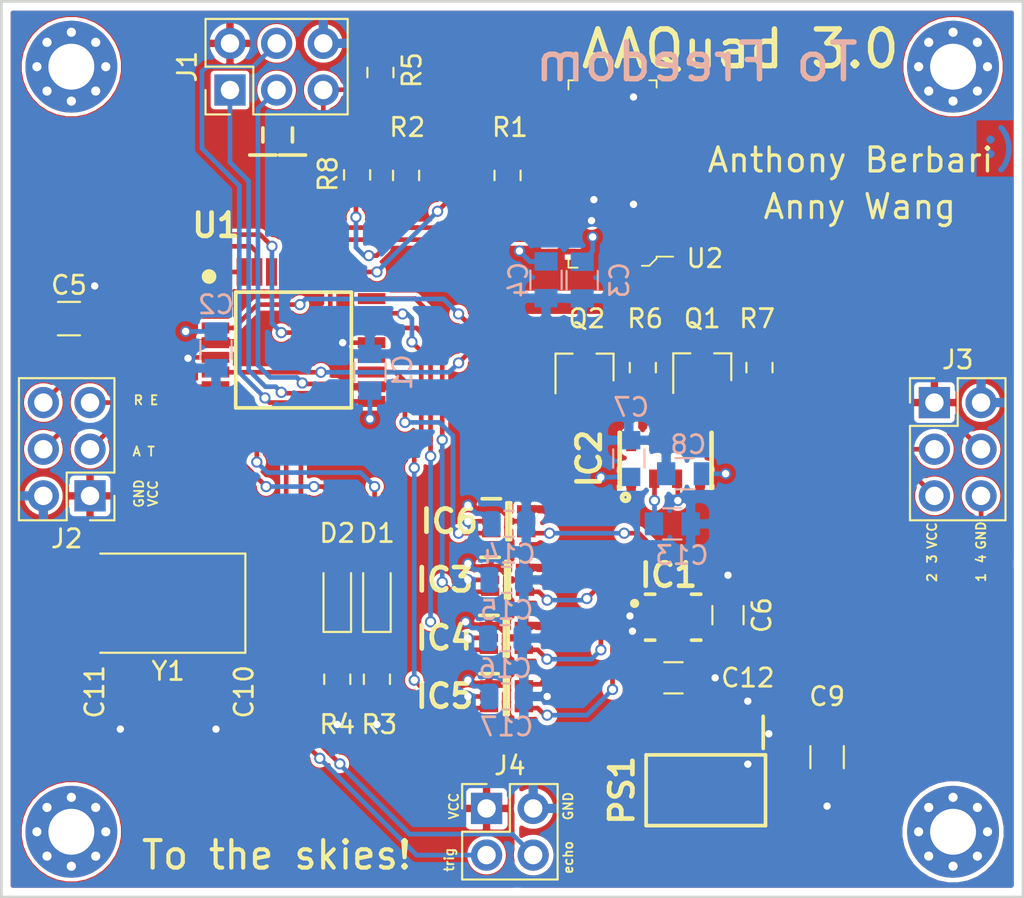
<source format=kicad_pcb>
(kicad_pcb (version 20171130) (host pcbnew "(5.1.2)-1")
  (layers (0 F.Cu signal) (31 B.Cu signal) (34 B.Paste user) (35 F.Paste user) (36 B.SilkS user) (37 F.SilkS user) (38 B.Mask user) (39 F.Mask user) (44 Edge.Cuts user))
  (net 0 "")
  (net 1 GND)
  (net 2 VCC)
  (net 3 "Net-(D1-Pad1)")
  (net 4 "Net-(D2-Pad1)")
  (net 5 VAA)
  (net 6 /Xtal2)
  (net 7 /Xtal1)
  (net 8 "Net-(C13-Pad1)")
  (net 9 /Led_G)
  (net 10 /Led_R)
  (net 11 /MISO)
  (net 12 /SS_IMU)
  (net 13 /SCK)
  (net 14 /MOSI)
  (net 15 /SDA_1_3.3)
  (net 16 /SCL_1_3.3)
  (net 17 /MISO_ISP)
  (net 18 /SWCLK)
  (net 19 /MOSI_ISP)
  (net 20 /MCU_RESET)
  (net 21 /Throttle)
  (net 22 /Rudder)
  (net 23 /Elevator)
  (net 24 /Aileron)
  (net 25 /Motor_4)
  (net 26 /Motor_3)
  (net 27 /Motor_2)
  (net 28 /Motor_1)
  (net 29 /SDA_0)
  (net 30 /SCL_0)
  (net 31 /PWM_OE)
  (net 32 /SDA_1)
  (net 33 /SCL_1)
  (net 34 /Ultrasonic_Echo)
  (net 35 /Ultrasonic_Trig)
  (net 36 /MISO_3.3)
  (net 37 /SS_IMU_3.3)
  (net 38 /SCK_3.3)
  (net 39 /MOSI_3.3)
  (module MountingHole:MountingHole_2.5mm_Pad_Via (layer F.Cu) (at 213.106 53.848)
    (fp_text reference REF**)
    (fp_text value MountingHole_2.5mm_Pad_Via)
    (pad 1 thru_hole circle (at 1.325825 -1.325825) (size 0.8 0.8) (drill 0.5) (layers *.Cu *.Mask))
    (pad 1 thru_hole circle (at 0 -1.875) (size 0.8 0.8) (drill 0.5) (layers *.Cu *.Mask))
    (pad 1 thru_hole circle (at -1.325825 -1.325825) (size 0.8 0.8) (drill 0.5) (layers *.Cu *.Mask))
    (pad 1 thru_hole circle (at -1.875 0) (size 0.8 0.8) (drill 0.5) (layers *.Cu *.Mask))
    (pad 1 thru_hole circle (at -1.325825 1.325825) (size 0.8 0.8) (drill 0.5) (layers *.Cu *.Mask))
    (pad 1 thru_hole circle (at 0 1.875) (size 0.8 0.8) (drill 0.5) (layers *.Cu *.Mask))
    (pad 1 thru_hole circle (at 1.325825 1.325825) (size 0.8 0.8) (drill 0.5) (layers *.Cu *.Mask))
    (pad 1 thru_hole circle (at 1.875 0) (size 0.8 0.8) (drill 0.5) (layers *.Cu *.Mask))
    (pad 1 thru_hole circle (at 0 0) (size 5 5) (drill 2.5) (layers *.Cu *.Mask))
  )
  (module MountingHole:MountingHole_2.5mm_Pad_Via (layer F.Cu) (at 261.112 53.848)
    (fp_text reference REF**)
    (fp_text value MountingHole_2.5mm_Pad_Via)
    (pad 1 thru_hole circle (at 1.325825 -1.325825) (size 0.8 0.8) (drill 0.5) (layers *.Cu *.Mask))
    (pad 1 thru_hole circle (at 0 -1.875) (size 0.8 0.8) (drill 0.5) (layers *.Cu *.Mask))
    (pad 1 thru_hole circle (at -1.325825 -1.325825) (size 0.8 0.8) (drill 0.5) (layers *.Cu *.Mask))
    (pad 1 thru_hole circle (at -1.875 0) (size 0.8 0.8) (drill 0.5) (layers *.Cu *.Mask))
    (pad 1 thru_hole circle (at -1.325825 1.325825) (size 0.8 0.8) (drill 0.5) (layers *.Cu *.Mask))
    (pad 1 thru_hole circle (at 0 1.875) (size 0.8 0.8) (drill 0.5) (layers *.Cu *.Mask))
    (pad 1 thru_hole circle (at 1.325825 1.325825) (size 0.8 0.8) (drill 0.5) (layers *.Cu *.Mask))
    (pad 1 thru_hole circle (at 1.875 0) (size 0.8 0.8) (drill 0.5) (layers *.Cu *.Mask))
    (pad 1 thru_hole circle (at 0 0) (size 5 5) (drill 2.5) (layers *.Cu *.Mask))
  )
  (module MountingHole:MountingHole_2.5mm_Pad_Via (layer F.Cu) (at 261.112 95.504)
    (fp_text reference REF**)
    (fp_text value MountingHole_2.5mm_Pad_Via)
    (pad 1 thru_hole circle (at 1.325825 -1.325825) (size 0.8 0.8) (drill 0.5) (layers *.Cu *.Mask))
    (pad 1 thru_hole circle (at 0 -1.875) (size 0.8 0.8) (drill 0.5) (layers *.Cu *.Mask))
    (pad 1 thru_hole circle (at -1.325825 -1.325825) (size 0.8 0.8) (drill 0.5) (layers *.Cu *.Mask))
    (pad 1 thru_hole circle (at -1.875 0) (size 0.8 0.8) (drill 0.5) (layers *.Cu *.Mask))
    (pad 1 thru_hole circle (at -1.325825 1.325825) (size 0.8 0.8) (drill 0.5) (layers *.Cu *.Mask))
    (pad 1 thru_hole circle (at 0 1.875) (size 0.8 0.8) (drill 0.5) (layers *.Cu *.Mask))
    (pad 1 thru_hole circle (at 1.325825 1.325825) (size 0.8 0.8) (drill 0.5) (layers *.Cu *.Mask))
    (pad 1 thru_hole circle (at 1.875 0) (size 0.8 0.8) (drill 0.5) (layers *.Cu *.Mask))
    (pad 1 thru_hole circle (at 0 0) (size 5 5) (drill 2.5) (layers *.Cu *.Mask))
  )
  (module MountingHole:MountingHole_2.5mm_Pad_Via (layer F.Cu) (at 213.106 95.504)
    (fp_text reference REF**)
    (fp_text value MountingHole_2.5mm_Pad_Via)
    (pad 1 thru_hole circle (at 1.325825 -1.325825) (size 0.8 0.8) (drill 0.5) (layers *.Cu *.Mask))
    (pad 1 thru_hole circle (at 0 -1.875) (size 0.8 0.8) (drill 0.5) (layers *.Cu *.Mask))
    (pad 1 thru_hole circle (at -1.325825 -1.325825) (size 0.8 0.8) (drill 0.5) (layers *.Cu *.Mask))
    (pad 1 thru_hole circle (at -1.875 0) (size 0.8 0.8) (drill 0.5) (layers *.Cu *.Mask))
    (pad 1 thru_hole circle (at -1.325825 1.325825) (size 0.8 0.8) (drill 0.5) (layers *.Cu *.Mask))
    (pad 1 thru_hole circle (at 0 1.875) (size 0.8 0.8) (drill 0.5) (layers *.Cu *.Mask))
    (pad 1 thru_hole circle (at 1.325825 1.325825) (size 0.8 0.8) (drill 0.5) (layers *.Cu *.Mask))
    (pad 1 thru_hole circle (at 1.875 0) (size 0.8 0.8) (drill 0.5) (layers *.Cu *.Mask))
    (pad 1 thru_hole circle (at 0 0) (size 5 5) (drill 2.5) (layers *.Cu *.Mask))
  )
  (module Connector_PinHeader_2.54mm:PinHeader_2x03_P2.54mm_Vertical (layer F.Cu) (at 260.096 72.136)
    (fp_text reference J3 (at 1.27 -2.33) (layer F.SilkS))
    (fp_text value ESC_Input)
    (pad 6 thru_hole oval (at 2.54 5.08) (size 1.7 1.7) (drill 1) (layers *.Cu *.Mask) (net 28 /Motor_1))
    (pad 5 thru_hole oval (at 0 5.08) (size 1.7 1.7) (drill 1) (layers *.Cu *.Mask) (net 27 /Motor_2))
    (pad 4 thru_hole oval (at 2.54 2.54) (size 1.7 1.7) (drill 1) (layers *.Cu *.Mask) (net 25 /Motor_4))
    (pad 3 thru_hole oval (at 0 2.54) (size 1.7 1.7) (drill 1) (layers *.Cu *.Mask) (net 26 /Motor_3))
    (pad 2 thru_hole oval (at 2.54 0) (size 1.7 1.7) (drill 1) (layers *.Cu *.Mask) (net 1 GND))
    (pad 1 thru_hole rect (at 0 0) (size 1.7 1.7) (drill 1) (layers *.Cu *.Mask) (net 2 VCC))
  )
  (module sensors:MPL3115A2 (layer F.Cu) (at 245.461 75.281 90)
    (fp_text reference IC2 (at 0.097 -4.161 90) (layer F.SilkS) (effects (font (size 1.27 1.27) (thickness 0.254))))
    (fp_text value MPL3115A2 hide)
    (pad 8 smd rect (at 1 -1.875 180) (size 0.55 1) (layers F.Cu F.Paste F.Mask) (net 16 /SCL_1_3.3))
    (pad 7 smd rect (at 1 -0.625 180) (size 0.55 1) (layers F.Cu F.Paste F.Mask) (net 15 /SDA_1_3.3))
    (pad 6 smd rect (at 1 0.625 180) (size 0.55 1) (layers F.Cu F.Paste F.Mask))
    (pad 5 smd rect (at 1 1.875 180) (size 0.55 1) (layers F.Cu F.Paste F.Mask))
    (pad 4 smd rect (at -1 1.875 180) (size 0.55 1) (layers F.Cu F.Paste F.Mask) (net 5 VAA))
    (pad 3 smd rect (at -1 0.625 180) (size 0.55 1) (layers F.Cu F.Paste F.Mask) (net 1 GND))
    (pad 2 smd rect (at -1 -0.625 180) (size 0.55 1) (layers F.Cu F.Paste F.Mask) (net 8 "Net-(C13-Pad1)"))
    (pad 1 smd rect (at -1 -1.875 180) (size 0.55 1) (layers F.Cu F.Paste F.Mask) (net 5 VAA))
  )
  (module Connector_PinHeader_2.54mm:PinHeader_2x03_P2.54mm_Vertical (layer F.Cu) (at 214.122 77.216 180)
    (fp_text reference J2 (at 1.27 -2.33) (layer F.SilkS))
    (fp_text value Receiver_Output)
    (pad 6 thru_hole oval (at 2.54 5.08 180) (size 1.7 1.7) (drill 1) (layers *.Cu *.Mask) (net 22 /Rudder))
    (pad 5 thru_hole oval (at 0 5.08 180) (size 1.7 1.7) (drill 1) (layers *.Cu *.Mask) (net 23 /Elevator))
    (pad 4 thru_hole oval (at 2.54 2.54 180) (size 1.7 1.7) (drill 1) (layers *.Cu *.Mask) (net 24 /Aileron))
    (pad 3 thru_hole oval (at 0 2.54 180) (size 1.7 1.7) (drill 1) (layers *.Cu *.Mask) (net 21 /Throttle))
    (pad 2 thru_hole oval (at 2.54 0 180) (size 1.7 1.7) (drill 1) (layers *.Cu *.Mask) (net 1 GND))
    (pad 1 thru_hole rect (at 0 0 180) (size 1.7 1.7) (drill 1) (layers *.Cu *.Mask) (net 2 VCC))
  )
  (module Capacitors_SMD:C_0805 (layer F.Cu) (at 245.888 87.122 180)
    (fp_text reference C12 (at -4.048 0 180) (layer F.SilkS))
    (fp_text value 0.1uF)
    (pad 1 smd rect (at -1 0 180) (size 1 1.25) (layers F.Cu F.Paste F.Mask) (net 1 GND))
    (pad 2 smd rect (at 1 0 180) (size 1 1.25) (layers F.Cu F.Paste F.Mask) (net 5 VAA))
  )
  (module Crystals:Crystal_SMD_7050-2pin_7.0x5.0mm (layer F.Cu) (at 218.38 83.058 180)
    (fp_text reference Y1 (at 0 -3.7) (layer F.SilkS))
    (fp_text value Crystal)
    (pad 2 smd rect (at 2.6 0 180) (size 2.8 3) (layers F.Cu F.Paste F.Mask) (net 7 /Xtal1))
    (pad 1 smd rect (at -2.6 0 180) (size 2.8 3) (layers F.Cu F.Paste F.Mask) (net 6 /Xtal2))
  )
  (module Capacitor_SMD:C_0402_1005Metric (layer F.Cu) (at 215.773 88.138 270)
    (fp_text reference C11 (at -0.254 1.397 90) (layer F.SilkS))
    (fp_text value 33pF)
    (pad 2 smd roundrect (at 0.485 0 270) (size 0.59 0.64) (layers F.Cu F.Paste F.Mask) (net 1 GND))
    (pad 1 smd roundrect (at -0.485 0 270) (size 0.59 0.64) (layers F.Cu F.Paste F.Mask) (net 7 /Xtal1))
  )
  (module Capacitors_SMD:C_0805 (layer B.Cu) (at 245.8245 78.74)
    (fp_text reference C13 (at 0.524 1.7145 180) (layer B.SilkS) (effects (justify mirror)))
    (fp_text value 0.1uF)
    (pad 2 smd rect (at 1 0) (size 1 1.25) (layers B.Cu B.Paste B.Mask) (net 1 GND))
    (pad 1 smd rect (at -1 0) (size 1 1.25) (layers B.Cu B.Paste B.Mask) (net 8 "Net-(C13-Pad1)"))
  )
  (module Capacitor_SMD:C_0402_1005Metric (layer F.Cu) (at 220.98 88.138 270)
    (fp_text reference C10 (at -0.254 -1.524 90) (layer F.SilkS))
    (fp_text value 33pF)
    (pad 2 smd roundrect (at 0.485 0 270) (size 0.59 0.64) (layers F.Cu F.Paste F.Mask) (net 1 GND))
    (pad 1 smd roundrect (at -0.485 0 270) (size 0.59 0.64) (layers F.Cu F.Paste F.Mask) (net 6 /Xtal2))
  )
  (module digikey-footprints:TSSOP-28_W4.40mm (layer F.Cu) (at 242.57 59.69 90)
    (fp_text reference U2 (at -4.5974 5.0292 180) (layer F.SilkS))
    (fp_text value PCA9685PW_112)
    (pad 28 smd rect (at -4.225 -2.8 90) (size 0.3 1.6) (layers F.Cu F.Paste F.Mask) (net 2 VCC))
    (pad 27 smd rect (at -3.575 -2.8 90) (size 0.3 1.6) (layers F.Cu F.Paste F.Mask) (net 29 /SDA_0))
    (pad 26 smd rect (at -2.925 -2.8 90) (size 0.3 1.6) (layers F.Cu F.Paste F.Mask) (net 30 /SCL_0))
    (pad 25 smd rect (at -2.275 -2.8 90) (size 0.3 1.6) (layers F.Cu F.Paste F.Mask) (net 1 GND))
    (pad 24 smd rect (at -1.625 -2.8 90) (size 0.3 1.6) (layers F.Cu F.Paste F.Mask) (net 1 GND))
    (pad 23 smd rect (at -0.975 -2.8 90) (size 0.3 1.6) (layers F.Cu F.Paste F.Mask) (net 31 /PWM_OE))
    (pad 22 smd rect (at -0.325 -2.8 90) (size 0.3 1.6) (layers F.Cu F.Paste F.Mask))
    (pad 21 smd rect (at 0.325 -2.8 90) (size 0.3 1.6) (layers F.Cu F.Paste F.Mask))
    (pad 20 smd rect (at 0.975 -2.8 90) (size 0.3 1.6) (layers F.Cu F.Paste F.Mask))
    (pad 19 smd rect (at 1.625 -2.8 90) (size 0.3 1.6) (layers F.Cu F.Paste F.Mask))
    (pad 18 smd rect (at 2.275 -2.8 90) (size 0.3 1.6) (layers F.Cu F.Paste F.Mask))
    (pad 17 smd rect (at 2.925 -2.8 90) (size 0.3 1.6) (layers F.Cu F.Paste F.Mask))
    (pad 16 smd rect (at 3.575 -2.8 90) (size 0.3 1.6) (layers F.Cu F.Paste F.Mask))
    (pad 15 smd rect (at 4.225 -2.8 90) (size 0.3 1.6) (layers F.Cu F.Paste F.Mask))
    (pad 14 smd rect (at 4.225 2.8 90) (size 0.3 1.6) (layers F.Cu F.Paste F.Mask) (net 1 GND))
    (pad 13 smd rect (at 3.575 2.8 90) (size 0.3 1.6) (layers F.Cu F.Paste F.Mask))
    (pad 12 smd rect (at 2.925 2.8 90) (size 0.3 1.6) (layers F.Cu F.Paste F.Mask))
    (pad 11 smd rect (at 2.275 2.8 90) (size 0.3 1.6) (layers F.Cu F.Paste F.Mask))
    (pad 10 smd rect (at 1.625 2.8 90) (size 0.3 1.6) (layers F.Cu F.Paste F.Mask))
    (pad 9 smd rect (at 0.975 2.8 90) (size 0.3 1.6) (layers F.Cu F.Paste F.Mask) (net 25 /Motor_4))
    (pad 8 smd rect (at 0.325 2.8 90) (size 0.3 1.6) (layers F.Cu F.Paste F.Mask) (net 26 /Motor_3))
    (pad 7 smd rect (at -0.325 2.8 90) (size 0.3 1.6) (layers F.Cu F.Paste F.Mask) (net 27 /Motor_2))
    (pad 6 smd rect (at -0.975 2.8 90) (size 0.3 1.6) (layers F.Cu F.Paste F.Mask) (net 28 /Motor_1))
    (pad 5 smd rect (at -1.625 2.8 90) (size 0.3 1.6) (layers F.Cu F.Paste F.Mask) (net 1 GND))
    (pad 4 smd rect (at -2.275 2.8 90) (size 0.3 1.6) (layers F.Cu F.Paste F.Mask) (net 2 VCC))
    (pad 3 smd rect (at -2.925 2.8 90) (size 0.3 1.6) (layers F.Cu F.Paste F.Mask) (net 2 VCC))
    (pad 2 smd rect (at -3.575 2.8 90) (size 0.3 1.6) (layers F.Cu F.Paste F.Mask) (net 2 VCC))
    (pad 1 smd rect (at -4.225 2.8 90) (size 0.3 1.6) (layers F.Cu F.Paste F.Mask) (net 2 VCC))
  )
  (module Capacitors_SMD:C_0805 (layer B.Cu) (at 229.362 70.485 90)
    (fp_text reference C1 (at 0 1.778 270) (layer B.SilkS) (effects (justify mirror)))
    (fp_text value 0.1uF)
    (pad 2 smd rect (at 1 0 90) (size 1 1.25) (layers B.Cu B.Paste B.Mask) (net 1 GND))
    (pad 1 smd rect (at -1 0 90) (size 1 1.25) (layers B.Cu B.Paste B.Mask) (net 2 VCC))
  )
  (module Capacitors_SMD:C_0805 (layer B.Cu) (at 220.98 69.2625 270)
    (fp_text reference C2 (at -2.4605 0) (layer B.SilkS) (effects (justify mirror)))
    (fp_text value 10uF)
    (pad 2 smd rect (at 1 0 270) (size 1 1.25) (layers B.Cu B.Paste B.Mask) (net 1 GND))
    (pad 1 smd rect (at -1 0 270) (size 1 1.25) (layers B.Cu B.Paste B.Mask) (net 2 VCC))
  )
  (module Capacitors_SMD:C_0805 (layer B.Cu) (at 240.919 65.4685 270)
    (fp_text reference C3 (at 0 -2.032 90) (layer B.SilkS) (effects (justify mirror)))
    (fp_text value 0.1uF)
    (pad 2 smd rect (at 1 0 270) (size 1 1.25) (layers B.Cu B.Paste B.Mask) (net 1 GND))
    (pad 1 smd rect (at -1 0 270) (size 1 1.25) (layers B.Cu B.Paste B.Mask) (net 2 VCC))
  )
  (module Capacitors_SMD:C_0805 (layer B.Cu) (at 238.9505 65.4525 270)
    (fp_text reference C4 (at 0 1.5 270) (layer B.SilkS) (effects (justify mirror)))
    (fp_text value 10uF)
    (pad 2 smd rect (at 1 0 270) (size 1 1.25) (layers B.Cu B.Paste B.Mask) (net 1 GND))
    (pad 1 smd rect (at -1 0 270) (size 1 1.25) (layers B.Cu B.Paste B.Mask) (net 2 VCC))
  )
  (module Capacitor_SMD:C_1206_3216Metric (layer F.Cu) (at 212.976 67.564)
    (fp_text reference C5 (at 0 -1.82 180) (layer F.SilkS))
    (fp_text value 100uF)
    (pad 2 smd roundrect (at 1.4 0) (size 1.25 1.75) (layers F.Cu F.Paste F.Mask) (roundrect_rratio 0.2) (net 1 GND))
    (pad 1 smd roundrect (at -1.4 0) (size 1.25 1.75) (layers F.Cu F.Paste F.Mask) (roundrect_rratio 0.2) (net 2 VCC))
  )
  (module Capacitors_SMD:C_0805 (layer F.Cu) (at 248.8565 83.709 270)
    (fp_text reference C6 (at 0 -1.8415 90) (layer F.SilkS))
    (fp_text value 0.1uF)
    (pad 2 smd rect (at 1 0 270) (size 1 1.25) (layers F.Cu F.Paste F.Mask) (net 5 VAA))
    (pad 1 smd rect (at -1 0 270) (size 1 1.25) (layers F.Cu F.Paste F.Mask) (net 1 GND))
  )
  (module Capacitors_SMD:C_0805 (layer B.Cu) (at 246.491 76.0095 180)
    (fp_text reference C7 (at 2.905 3.6195) (layer B.SilkS) (effects (justify mirror)))
    (fp_text value 0.1uF)
    (pad 2 smd rect (at 1 0 180) (size 1 1.25) (layers B.Cu B.Paste B.Mask) (net 1 GND))
    (pad 1 smd rect (at -1 0 180) (size 1 1.25) (layers B.Cu B.Paste B.Mask) (net 5 VAA))
  )
  (module Capacitors_SMD:C_0805 (layer B.Cu) (at 243.459 75.184 90)
    (fp_text reference C8 (at 0.762 3.2385 180) (layer B.SilkS) (effects (justify mirror)))
    (fp_text value 10uF)
    (pad 2 smd rect (at 1 0 90) (size 1 1.25) (layers B.Cu B.Paste B.Mask) (net 1 GND))
    (pad 1 smd rect (at -1 0 90) (size 1 1.25) (layers B.Cu B.Paste B.Mask) (net 5 VAA))
  )
  (module Capacitor_SMD:C_1206_3216Metric (layer F.Cu) (at 254.254 91.443 90)
    (fp_text reference C9 (at 3.305 0 180) (layer F.SilkS))
    (fp_text value 100uF)
    (pad 2 smd roundrect (at 1.4 0 90) (size 1.25 1.75) (layers F.Cu F.Paste F.Mask) (roundrect_rratio 0.2) (net 5 VAA))
    (pad 1 smd roundrect (at -1.4 0 90) (size 1.25 1.75) (layers F.Cu F.Paste F.Mask) (roundrect_rratio 0.2) (net 1 GND))
  )
  (module sensors:bmx160 (layer F.Cu) (at 245.872 83.82)
    (fp_text reference IC1 (at -0.254 -2.286) (layer F.SilkS) (effects (font (size 1.27 1.27) (thickness 0.254))))
    (fp_text value BMX160 hide)
    (pad 14 smd rect (at -0.5 -0.9) (size 0.3 0.6) (layers F.Cu F.Paste F.Mask) (net 39 /MOSI_3.3))
    (pad 13 smd rect (at 0 -0.9) (size 0.3 0.6) (layers F.Cu F.Paste F.Mask) (net 38 /SCK_3.3))
    (pad 12 smd rect (at 0.5 -0.9) (size 0.3 0.6) (layers F.Cu F.Paste F.Mask) (net 37 /SS_IMU_3.3))
    (pad 11 smd rect (at 1.15 -0.75 90) (size 0.3 0.6) (layers F.Cu F.Paste F.Mask))
    (pad 10 smd rect (at 1.15 -0.25 90) (size 0.3 0.6) (layers F.Cu F.Paste F.Mask))
    (pad 9 smd rect (at 1.15 0.25 90) (size 0.3 0.6) (layers F.Cu F.Paste F.Mask))
    (pad 8 smd rect (at 1.15 0.75 90) (size 0.3 0.6) (layers F.Cu F.Paste F.Mask) (net 5 VAA))
    (pad 7 smd rect (at 0.5 0.9) (size 0.3 0.6) (layers F.Cu F.Paste F.Mask) (net 1 GND))
    (pad 6 smd rect (at 0 0.9) (size 0.3 0.6) (layers F.Cu F.Paste F.Mask) (net 1 GND))
    (pad 5 smd rect (at -0.5 0.9) (size 0.3 0.6) (layers F.Cu F.Paste F.Mask) (net 5 VAA))
    (pad 4 smd rect (at -1.15 0.75 90) (size 0.3 0.6) (layers F.Cu F.Paste F.Mask))
    (pad 3 smd rect (at -1.15 0.25 90) (size 0.3 0.6) (layers F.Cu F.Paste F.Mask) (net 1 GND))
    (pad 2 smd rect (at -1.15 -0.25 90) (size 0.3 0.6) (layers F.Cu F.Paste F.Mask) (net 1 GND))
    (pad 1 smd rect (at -1.15 -0.75 90) (size 0.3 0.6) (layers F.Cu F.Paste F.Mask) (net 36 /MISO_3.3))
  )
  (module Connector_PinHeader_2.54mm:PinHeader_2x03_P2.54mm_Vertical (layer F.Cu) (at 221.742 55.118 90)
    (fp_text reference J1 (at 1.27 -2.33 90) (layer F.SilkS))
    (fp_text value programmer)
    (pad 6 thru_hole oval (at 2.54 5.08 90) (size 1.7 1.7) (drill 1) (layers *.Cu *.Mask) (net 1 GND))
    (pad 5 thru_hole oval (at 0 5.08 90) (size 1.7 1.7) (drill 1) (layers *.Cu *.Mask) (net 20 /MCU_RESET))
    (pad 4 thru_hole oval (at 2.54 2.54 90) (size 1.7 1.7) (drill 1) (layers *.Cu *.Mask) (net 19 /MOSI_ISP))
    (pad 3 thru_hole oval (at 0 2.54 90) (size 1.7 1.7) (drill 1) (layers *.Cu *.Mask) (net 18 /SWCLK))
    (pad 2 thru_hole oval (at 2.54 0 90) (size 1.7 1.7) (drill 1) (layers *.Cu *.Mask) (net 2 VCC))
    (pad 1 thru_hole rect (at 0 0 90) (size 1.7 1.7) (drill 1) (layers *.Cu *.Mask) (net 17 /MISO_ISP))
  )
  (module Resistor_SMD:R_0805_2012Metric (layer F.Cu) (at 236.855 59.7685 270)
    (fp_text reference R1 (at -2.6185 -0.127 180) (layer F.SilkS))
    (fp_text value 10K)
    (pad 2 smd roundrect (at 0.9375 0 270) (size 0.975 1.4) (layers F.Cu F.Paste F.Mask) (net 31 /PWM_OE))
    (pad 1 smd roundrect (at -0.9375 0 270) (size 0.975 1.4) (layers F.Cu F.Paste F.Mask) (net 2 VCC))
  )
  (module Resistor_SMD:R_0805_2012Metric (layer F.Cu) (at 231.3305 59.7685 90)
    (fp_text reference R2 (at 2.6185 0.0635) (layer F.SilkS))
    (fp_text value 2K)
    (pad 2 smd roundrect (at 0.9375 0 90) (size 0.975 1.4) (layers F.Cu F.Paste F.Mask) (net 2 VCC))
    (pad 1 smd roundrect (at -0.9375 0 90) (size 0.975 1.4) (layers F.Cu F.Paste F.Mask) (net 30 /SCL_0))
  )
  (module Resistor_SMD:R_0805_2012Metric (layer F.Cu) (at 229.743 87.2005 270)
    (fp_text reference R3 (at 2.4615 -0.127 180) (layer F.SilkS))
    (fp_text value 300)
    (pad 2 smd roundrect (at 0.9375 0 270) (size 0.975 1.4) (layers F.Cu F.Paste F.Mask) (net 1 GND))
    (pad 1 smd roundrect (at -0.9375 0 270) (size 0.975 1.4) (layers F.Cu F.Paste F.Mask) (net 3 "Net-(D1-Pad1)"))
  )
  (module Resistor_SMD:R_0805_2012Metric (layer F.Cu) (at 227.584 87.2005 270)
    (fp_text reference R4 (at 2.4615 0 180) (layer F.SilkS))
    (fp_text value 300)
    (pad 2 smd roundrect (at 0.9375 0 270) (size 0.975 1.4) (layers F.Cu F.Paste F.Mask) (net 1 GND))
    (pad 1 smd roundrect (at -0.9375 0 270) (size 0.975 1.4) (layers F.Cu F.Paste F.Mask) (net 4 "Net-(D2-Pad1)"))
  )
  (module Resistor_SMD:R_0805_2012Metric (layer F.Cu) (at 229.9335 54.1655 90)
    (fp_text reference R5 (at 0.127 1.7145 270) (layer F.SilkS))
    (fp_text value 10K)
    (pad 2 smd roundrect (at 0.9375 0 90) (size 0.975 1.4) (layers F.Cu F.Paste F.Mask) (net 2 VCC))
    (pad 1 smd roundrect (at -0.9375 0 90) (size 0.975 1.4) (layers F.Cu F.Paste F.Mask) (net 20 /MCU_RESET))
  )
  (module Resistor_SMD:R_0805_2012Metric (layer F.Cu) (at 244.221 70.231 270)
    (fp_text reference R6 (at -2.667 -0.127 180) (layer F.SilkS))
    (fp_text value 10K)
    (pad 2 smd roundrect (at 0.9375 0 270) (size 0.975 1.4) (layers F.Cu F.Paste F.Mask) (net 16 /SCL_1_3.3))
    (pad 1 smd roundrect (at -0.9375 0 270) (size 0.975 1.4) (layers F.Cu F.Paste F.Mask) (net 5 VAA))
  )
  (module Resistor_SMD:R_0805_2012Metric (layer F.Cu) (at 250.571 70.231 270)
    (fp_text reference R7 (at -2.667 0.127 180) (layer F.SilkS))
    (fp_text value 10K)
    (pad 2 smd roundrect (at 0.9375 0 270) (size 0.975 1.4) (layers F.Cu F.Paste F.Mask) (net 15 /SDA_1_3.3))
    (pad 1 smd roundrect (at -0.9375 0 270) (size 0.975 1.4) (layers F.Cu F.Paste F.Mask) (net 5 VAA))
  )
  (module Resistor_SMD:R_0805_2012Metric (layer F.Cu) (at 228.6635 59.7385 90)
    (fp_text reference R8 (at 0.0485 -1.5875 270) (layer F.SilkS))
    (fp_text value 2K)
    (pad 2 smd roundrect (at 0.9375 0 90) (size 0.975 1.4) (layers F.Cu F.Paste F.Mask) (net 2 VCC))
    (pad 1 smd roundrect (at -0.9375 0 90) (size 0.975 1.4) (layers F.Cu F.Paste F.Mask) (net 29 /SDA_0))
  )
  (module microcontrollers:ATMEGA328PB-ANR (layer F.Cu) (at 225.203 69.274)
    (fp_text reference U1 (at -4.223 -6.79) (layer F.SilkS) (effects (font (size 1.27 1.27) (thickness 0.254))))
    (fp_text value Atmega328pb hide)
    (pad 32 smd rect (at -2.8 -4.25) (size 0.6 1.5) (layers F.Cu F.Paste F.Mask) (net 24 /Aileron))
    (pad 31 smd rect (at -2 -4.25) (size 0.6 1.5) (layers F.Cu F.Paste F.Mask) (net 23 /Elevator))
    (pad 30 smd rect (at -1.2 -4.25) (size 0.6 1.5) (layers F.Cu F.Paste F.Mask))
    (pad 29 smd rect (at -0.4 -4.25) (size 0.6 1.5) (layers F.Cu F.Paste F.Mask) (net 20 /MCU_RESET))
    (pad 28 smd rect (at 0.4 -4.25) (size 0.6 1.5) (layers F.Cu F.Paste F.Mask) (net 30 /SCL_0))
    (pad 27 smd rect (at 1.2 -4.25) (size 0.6 1.5) (layers F.Cu F.Paste F.Mask) (net 29 /SDA_0))
    (pad 26 smd rect (at 2 -4.25) (size 0.6 1.5) (layers F.Cu F.Paste F.Mask) (net 22 /Rudder))
    (pad 25 smd rect (at 2.8 -4.25) (size 0.6 1.5) (layers F.Cu F.Paste F.Mask) (net 31 /PWM_OE))
    (pad 24 smd rect (at 4.25 -2.8 90) (size 0.6 1.5) (layers F.Cu F.Paste F.Mask) (net 13 /SCK))
    (pad 23 smd rect (at 4.25 -2 90) (size 0.6 1.5) (layers F.Cu F.Paste F.Mask) (net 11 /MISO))
    (pad 22 smd rect (at 4.25 -1.2 90) (size 0.6 1.5) (layers F.Cu F.Paste F.Mask) (net 14 /MOSI))
    (pad 21 smd rect (at 4.25 -0.4 90) (size 0.6 1.5) (layers F.Cu F.Paste F.Mask) (net 1 GND))
    (pad 20 smd rect (at 4.25 0.4 90) (size 0.6 1.5) (layers F.Cu F.Paste F.Mask))
    (pad 19 smd rect (at 4.25 1.2 90) (size 0.6 1.5) (layers F.Cu F.Paste F.Mask) (net 12 /SS_IMU))
    (pad 18 smd rect (at 4.25 2 90) (size 0.6 1.5) (layers F.Cu F.Paste F.Mask) (net 2 VCC))
    (pad 17 smd rect (at 4.25 2.8 90) (size 0.6 1.5) (layers F.Cu F.Paste F.Mask) (net 18 /SWCLK))
    (pad 16 smd rect (at 2.8 4.25) (size 0.6 1.5) (layers F.Cu F.Paste F.Mask) (net 17 /MISO_ISP))
    (pad 15 smd rect (at 2 4.25) (size 0.6 1.5) (layers F.Cu F.Paste F.Mask) (net 19 /MOSI_ISP))
    (pad 14 smd rect (at 1.2 4.25) (size 0.6 1.5) (layers F.Cu F.Paste F.Mask))
    (pad 13 smd rect (at 0.4 4.25) (size 0.6 1.5) (layers F.Cu F.Paste F.Mask) (net 34 /Ultrasonic_Echo))
    (pad 12 smd rect (at -0.4 4.25) (size 0.6 1.5) (layers F.Cu F.Paste F.Mask) (net 35 /Ultrasonic_Trig))
    (pad 11 smd rect (at -1.2 4.25) (size 0.6 1.5) (layers F.Cu F.Paste F.Mask))
    (pad 10 smd rect (at -2 4.25) (size 0.6 1.5) (layers F.Cu F.Paste F.Mask) (net 9 /Led_G))
    (pad 9 smd rect (at -2.8 4.25) (size 0.6 1.5) (layers F.Cu F.Paste F.Mask) (net 10 /Led_R))
    (pad 8 smd rect (at -4.25 2.8 90) (size 0.6 1.5) (layers F.Cu F.Paste F.Mask) (net 6 /Xtal2))
    (pad 7 smd rect (at -4.25 2 90) (size 0.6 1.5) (layers F.Cu F.Paste F.Mask) (net 7 /Xtal1))
    (pad 6 smd rect (at -4.25 1.2 90) (size 0.6 1.5) (layers F.Cu F.Paste F.Mask) (net 33 /SCL_1))
    (pad 5 smd rect (at -4.25 0.4 90) (size 0.6 1.5) (layers F.Cu F.Paste F.Mask) (net 1 GND))
    (pad 4 smd rect (at -4.25 -0.4 90) (size 0.6 1.5) (layers F.Cu F.Paste F.Mask) (net 2 VCC))
    (pad 3 smd rect (at -4.25 -1.2 90) (size 0.6 1.5) (layers F.Cu F.Paste F.Mask) (net 32 /SDA_1))
    (pad 2 smd rect (at -4.25 -2 90) (size 0.6 1.5) (layers F.Cu F.Paste F.Mask))
    (pad 1 smd rect (at -4.25 -2.8 90) (size 0.6 1.5) (layers F.Cu F.Paste F.Mask) (net 21 /Throttle))
  )
  (module Connector_PinHeader_2.54mm:PinHeader_2x02_P2.54mm_Vertical (layer F.Cu) (at 235.712 94.234)
    (fp_text reference J4 (at 1.27 -2.33) (layer F.SilkS))
    (fp_text value ultrasonic)
    (pad 4 thru_hole oval (at 2.54 2.54) (size 1.7 1.7) (drill 1) (layers *.Cu *.Mask) (net 34 /Ultrasonic_Echo))
    (pad 3 thru_hole oval (at 0 2.54) (size 1.7 1.7) (drill 1) (layers *.Cu *.Mask) (net 35 /Ultrasonic_Trig))
    (pad 2 thru_hole oval (at 2.54 0) (size 1.7 1.7) (drill 1) (layers *.Cu *.Mask) (net 1 GND))
    (pad 1 thru_hole rect (at 0 0) (size 1.7 1.7) (drill 1) (layers *.Cu *.Mask) (net 2 VCC))
  )
  (module levelShifters:74LVC1T45GW_125 (layer F.Cu) (at 236.855 81.788)
    (fp_text reference IC3 (at -3.429 0) (layer F.SilkS) (effects (font (size 1.27 1.27) (thickness 0.254))))
    (fp_text value levelShifter hide)
    (pad 6 smd rect (at 0.95 -0.65 90) (size 0.45 1) (layers F.Cu F.Paste F.Mask) (net 5 VAA))
    (pad 5 smd rect (at 0.95 0 90) (size 0.45 1) (layers F.Cu F.Paste F.Mask) (net 2 VCC))
    (pad 4 smd rect (at 0.95 0.65 90) (size 0.45 1) (layers F.Cu F.Paste F.Mask) (net 38 /SCK_3.3))
    (pad 3 smd rect (at -0.95 0.65 90) (size 0.45 1) (layers F.Cu F.Paste F.Mask) (net 13 /SCK))
    (pad 2 smd rect (at -0.95 0 90) (size 0.45 1) (layers F.Cu F.Paste F.Mask) (net 1 GND))
    (pad 1 smd rect (at -0.95 -0.65 90) (size 0.45 1) (layers F.Cu F.Paste F.Mask) (net 2 VCC))
  )
  (module levelShifters:74LVC1T45GW_125 (layer F.Cu) (at 236.789 84.948)
    (fp_text reference IC4 (at -3.363 0) (layer F.SilkS) (effects (font (size 1.27 1.27) (thickness 0.254))))
    (fp_text value levelShifter hide)
    (pad 6 smd rect (at 0.95 -0.65 90) (size 0.45 1) (layers F.Cu F.Paste F.Mask) (net 5 VAA))
    (pad 5 smd rect (at 0.95 0 90) (size 0.45 1) (layers F.Cu F.Paste F.Mask) (net 2 VCC))
    (pad 4 smd rect (at 0.95 0.65 90) (size 0.45 1) (layers F.Cu F.Paste F.Mask) (net 39 /MOSI_3.3))
    (pad 3 smd rect (at -0.95 0.65 90) (size 0.45 1) (layers F.Cu F.Paste F.Mask) (net 14 /MOSI))
    (pad 2 smd rect (at -0.95 0 90) (size 0.45 1) (layers F.Cu F.Paste F.Mask) (net 1 GND))
    (pad 1 smd rect (at -0.95 -0.65 90) (size 0.45 1) (layers F.Cu F.Paste F.Mask) (net 2 VCC))
  )
  (module levelShifters:74LVC1T45GW_125 (layer F.Cu) (at 236.794 88.123)
    (fp_text reference IC5 (at -3.368 0) (layer F.SilkS) (effects (font (size 1.27 1.27) (thickness 0.254))))
    (fp_text value levelShifter hide)
    (pad 1 smd rect (at -0.95 -0.65 90) (size 0.45 1) (layers F.Cu F.Paste F.Mask) (net 2 VCC))
    (pad 2 smd rect (at -0.95 0 90) (size 0.45 1) (layers F.Cu F.Paste F.Mask) (net 1 GND))
    (pad 3 smd rect (at -0.95 0.65 90) (size 0.45 1) (layers F.Cu F.Paste F.Mask) (net 11 /MISO))
    (pad 4 smd rect (at 0.95 0.65 90) (size 0.45 1) (layers F.Cu F.Paste F.Mask) (net 36 /MISO_3.3))
    (pad 5 smd rect (at 0.95 0 90) (size 0.45 1) (layers F.Cu F.Paste F.Mask) (net 1 GND))
    (pad 6 smd rect (at 0.95 -0.65 90) (size 0.45 1) (layers F.Cu F.Paste F.Mask) (net 5 VAA))
  )
  (module levelShifters:74LVC1T45GW_125 (layer F.Cu) (at 236.921 78.598)
    (fp_text reference IC6 (at -3.241 0) (layer F.SilkS) (effects (font (size 1.27 1.27) (thickness 0.254))))
    (fp_text value levelShifter hide)
    (pad 6 smd rect (at 0.95 -0.65 90) (size 0.45 1) (layers F.Cu F.Paste F.Mask) (net 5 VAA))
    (pad 5 smd rect (at 0.95 0 90) (size 0.45 1) (layers F.Cu F.Paste F.Mask) (net 2 VCC))
    (pad 4 smd rect (at 0.95 0.65 90) (size 0.45 1) (layers F.Cu F.Paste F.Mask) (net 37 /SS_IMU_3.3))
    (pad 3 smd rect (at -0.95 0.65 90) (size 0.45 1) (layers F.Cu F.Paste F.Mask) (net 12 /SS_IMU))
    (pad 2 smd rect (at -0.95 0 90) (size 0.45 1) (layers F.Cu F.Paste F.Mask) (net 1 GND))
    (pad 1 smd rect (at -0.95 -0.65 90) (size 0.45 1) (layers F.Cu F.Paste F.Mask) (net 2 VCC))
  )
  (module Capacitor_SMD:C_0805_2012Metric (layer B.Cu) (at 236.9335 78.74)
    (fp_text reference C14 (at 0 1.65) (layer B.SilkS) (effects (justify mirror)))
    (fp_text value 10uF)
    (pad 2 smd roundrect (at 0.9375 0) (size 0.975 1.4) (layers B.Cu B.Paste B.Mask) (net 1 GND))
    (pad 1 smd roundrect (at -0.9375 0) (size 0.975 1.4) (layers B.Cu B.Paste B.Mask) (net 2 VCC))
  )
  (module Capacitor_SMD:C_0805_2012Metric (layer B.Cu) (at 236.8065 81.788)
    (fp_text reference C15 (at 0 1.65) (layer B.SilkS) (effects (justify mirror)))
    (fp_text value 10uF)
    (pad 2 smd roundrect (at 0.9375 0) (size 0.975 1.4) (layers B.Cu B.Paste B.Mask) (net 1 GND))
    (pad 1 smd roundrect (at -0.9375 0) (size 0.975 1.4) (layers B.Cu B.Paste B.Mask) (net 2 VCC))
  )
  (module Capacitor_SMD:C_0805_2012Metric (layer B.Cu) (at 236.728 84.963)
    (fp_text reference C16 (at 0 1.65) (layer B.SilkS) (effects (justify mirror)))
    (fp_text value 10uF)
    (pad 2 smd roundrect (at 0.9375 0) (size 0.975 1.4) (layers B.Cu B.Paste B.Mask) (net 1 GND))
    (pad 1 smd roundrect (at -0.9375 0) (size 0.975 1.4) (layers B.Cu B.Paste B.Mask) (net 2 VCC))
  )
  (module Capacitor_SMD:C_0805_2012Metric (layer B.Cu) (at 236.8065 88.138)
    (fp_text reference C17 (at 0 1.65) (layer B.SilkS) (effects (justify mirror)))
    (fp_text value 10uF)
    (pad 2 smd roundrect (at 0.9375 0) (size 0.975 1.4) (layers B.Cu B.Paste B.Mask) (net 1 GND))
    (pad 1 smd roundrect (at -0.9375 0) (size 0.975 1.4) (layers B.Cu B.Paste B.Mask) (net 2 VCC))
  )
  (module LEDs:LED_0805_HandSoldering (layer F.Cu) (at 229.743 82.423 90)
    (fp_text reference D1 (at 3.175 0 180) (layer F.SilkS))
    (fp_text value green)
    (pad 1 smd rect (at -1.35 0 90) (size 1.5 1.3) (layers F.Cu F.Paste F.Mask) (net 3 "Net-(D1-Pad1)"))
    (pad 2 smd rect (at 1.35 0 90) (size 1.5 1.3) (layers F.Cu F.Paste F.Mask) (net 9 /Led_G))
  )
  (module LEDs:LED_0805_HandSoldering (layer F.Cu) (at 227.584 82.423 90)
    (fp_text reference D2 (at 3.175 0 180) (layer F.SilkS))
    (fp_text value red)
    (pad 1 smd rect (at -1.35 0 90) (size 1.5 1.3) (layers F.Cu F.Paste F.Mask) (net 4 "Net-(D2-Pad1)"))
    (pad 2 smd rect (at 1.35 0 90) (size 1.5 1.3) (layers F.Cu F.Paste F.Mask) (net 10 /Led_R))
  )
  (module TO_SOT_Packages_SMD:SOT-23 (layer F.Cu) (at 247.457 70.215 90)
    (fp_text reference Q1 (at 2.651 0 180) (layer F.SilkS))
    (fp_text value BSS138)
    (pad 1 smd rect (at -1 -0.95 90) (size 0.9 0.8) (layers F.Cu F.Paste F.Mask) (net 5 VAA))
    (pad 2 smd rect (at -1 0.95 90) (size 0.9 0.8) (layers F.Cu F.Paste F.Mask) (net 15 /SDA_1_3.3))
    (pad 3 smd rect (at 1 0 90) (size 0.9 0.8) (layers F.Cu F.Paste F.Mask) (net 32 /SDA_1))
  )
  (module TO_SOT_Packages_SMD:SOT-23 (layer F.Cu) (at 241.046 70.231 90)
    (fp_text reference Q2 (at 2.667 0.127 180) (layer F.SilkS))
    (fp_text value BSS138)
    (pad 1 smd rect (at -1 -0.95 90) (size 0.9 0.8) (layers F.Cu F.Paste F.Mask) (net 5 VAA))
    (pad 2 smd rect (at -1 0.95 90) (size 0.9 0.8) (layers F.Cu F.Paste F.Mask) (net 16 /SCL_1_3.3))
    (pad 3 smd rect (at 1 0 90) (size 0.9 0.8) (layers F.Cu F.Paste F.Mask) (net 33 /SCL_1))
  )
  (module SamacSys_Parts:SOT230P700X170-4N (layer F.Cu) (at 247.65 93.243 270)
    (fp_text reference PS1 (at 0 4.572 270) (layer F.SilkS) (effects (font (size 1.27 1.27) (thickness 0.254))))
    (fp_text value SPX1117M3-L-5-0_TR hide)
    (pad 1 smd rect (at -3.15 -2.3) (size 0.95 1.75) (layers F.Cu F.Paste F.Mask) (net 1 GND))
    (pad 2 smd rect (at -3.15 0) (size 0.95 1.75) (layers F.Cu F.Paste F.Mask) (net 5 VAA))
    (pad 3 smd rect (at -3.15 2.3) (size 0.95 1.75) (layers F.Cu F.Paste F.Mask) (net 2 VCC))
    (pad 4 smd rect (at 3.15 0 270) (size 1.75 3.2) (layers F.Cu F.Paste F.Mask))
  )
  (gr_text VCC (at 217.551 77.089 90) (layer F.SilkS) (effects (font (size 0.5 0.5) (thickness 0.1))))
  (gr_text GND (at 216.789 77.089 90) (layer F.SilkS) (effects (font (size 0.5 0.5) (thickness 0.1))))
  (gr_text 2 (at 259.969 81.661 90) (layer F.SilkS) (effects (font (size 0.5 0.5) (thickness 0.1))))
  (gr_text 1 (at 262.636 81.661 90) (layer F.SilkS) (effects (font (size 0.5 0.5) (thickness 0.1))))
  (gr_text 4 (at 262.636 80.645 90) (layer F.SilkS) (effects (font (size 0.5 0.5) (thickness 0.1))))
  (gr_text 3 (at 259.969 80.645 90) (layer F.SilkS) (effects (font (size 0.5 0.5) (thickness 0.1))))
  (gr_text GND (at 262.636 79.375 90) (layer F.SilkS) (effects (font (size 0.5 0.5) (thickness 0.1))))
  (gr_text VCC (at 259.969 79.375 90) (layer F.SilkS) (effects (font (size 0.5 0.5) (thickness 0.1))))
  (gr_text VCC (at 233.934 94.107 90) (layer F.SilkS) (effects (font (size 0.5 0.5) (thickness 0.1))))
  (gr_text GND (at 240.157 94.107 90) (layer F.SilkS) (effects (font (size 0.5 0.5) (thickness 0.1))))
  (gr_text echo (at 240.157 96.901 90) (layer F.SilkS) (effects (font (size 0.5 0.5) (thickness 0.1))))
  (gr_text trig (at 233.68 97.028 90) (layer F.SilkS) (effects (font (size 0.5 0.5) (thickness 0.1))))
  (gr_text "A T" (at 217.043 74.803) (layer F.SilkS) (effects (font (size 0.5 0.5) (thickness 0.1))))
  (gr_text "R E" (at 217.17 72.009) (layer F.SilkS) (effects (font (size 0.5 0.5) (thickness 0.1))))
  (gr_text "-|\n-|" (at 224.409 58.039 270) (layer F.SilkS) (effects (font (size 1 1) (thickness 0.2))))
  (gr_text ":)" (at 263.652 58.42 180) (layer B.Cu) (effects (font (size 1.5 1.5) (thickness 0.3)) (justify mirror)))
  (gr_text "To Freedom" (at 247.142 53.594) (layer B.SilkS) (effects (font (size 2 2) (thickness 0.3)) (justify mirror)))
  (gr_text "Anny Wang" (at 256.032 61.468) (layer F.SilkS) (effects (font (size 1.3 1.3) (thickness 0.18))))
  (gr_text "Anthony Berbari" (at 255.524 58.928) (layer F.SilkS) (effects (font (size 1.3 1.3) (thickness 0.18))))
  (gr_text "To the skies!" (at 224.282 96.774) (layer F.SilkS) (effects (font (size 1.5 1.5) (thickness 0.225))))
  (gr_text "AAQuad 3.0" (at 249.5296 52.8828) (layer F.SilkS) (effects (font (size 2 2) (thickness 0.3))))
  (gr_line (start 264.922 99.06) (end 264.922 50.292) (angle 90) (layer Edge.Cuts) (width 0.15))
  (gr_line (start 209.296 99.06) (end 264.922 99.06) (angle 90) (layer Edge.Cuts) (width 0.15))
  (gr_line (start 209.296 50.292) (end 209.296 99.06) (angle 90) (layer Edge.Cuts) (width 0.15))
  (gr_line (start 264.922 50.292) (end 209.296 50.292) (angle 90) (layer Edge.Cuts) (width 0.15))
  (segment (start 246.126 76.281) (end 246.126 77.035) (width 0.254) (layer F.Cu) (net 1))
  (via (at 246.126 77.47) (size 0.6096) (drill 0.4) (layers F.Cu B.Cu) (net 1))
  (segment (start 246.126 77.035) (end 246.126 77.47) (width 0.254) (layer F.Cu) (net 1))
  (segment (start 238.498 88.123) (end 238.513 88.138) (width 0.254) (layer F.Cu) (net 1))
  (segment (start 237.744 88.123) (end 238.498 88.123) (width 0.254) (layer F.Cu) (net 1))
  (via (at 239.014 88.138) (size 0.6096) (drill 0.4) (layers F.Cu B.Cu) (net 1))
  (segment (start 238.513 88.138) (end 239.014 88.138) (width 0.254) (layer F.Cu) (net 1))
  (segment (start 235.727 88.123) (end 235.712 88.138) (width 0.254) (layer F.Cu) (net 1))
  (segment (start 235.844 88.123) (end 235.727 88.123) (width 0.254) (layer F.Cu) (net 1))
  (via (at 234.696 88.138) (size 0.6096) (drill 0.4) (layers F.Cu B.Cu) (net 1))
  (segment (start 235.712 88.138) (end 234.696 88.138) (width 0.254) (layer F.Cu) (net 1))
  (via (at 234.696 84.963) (size 0.6096) (drill 0.4) (layers F.Cu B.Cu) (net 1))
  (segment (start 235.839 84.948) (end 234.711 84.948) (width 0.254) (layer F.Cu) (net 1))
  (segment (start 234.711 84.948) (end 234.696 84.963) (width 0.254) (layer F.Cu) (net 1))
  (segment (start 235.905 81.788) (end 235.151 81.788) (width 0.254) (layer F.Cu) (net 1))
  (via (at 234.696 81.788) (size 0.6096) (drill 0.4) (layers F.Cu B.Cu) (net 1))
  (segment (start 235.151 81.788) (end 234.696 81.788) (width 0.254) (layer F.Cu) (net 1))
  (segment (start 235.217 78.598) (end 235.202 78.613) (width 0.254) (layer F.Cu) (net 1))
  (segment (start 235.971 78.598) (end 235.217 78.598) (width 0.254) (layer F.Cu) (net 1))
  (via (at 234.696 78.613) (size 0.6096) (drill 0.4) (layers F.Cu B.Cu) (net 1))
  (segment (start 235.202 78.613) (end 234.696 78.613) (width 0.254) (layer F.Cu) (net 1))
  (segment (start 249.95 88.964) (end 249.936 88.95) (width 0.254) (layer F.Cu) (net 1))
  (via (at 249.936 88.392) (size 0.6096) (drill 0.4) (layers F.Cu B.Cu) (net 1))
  (via (at 251.079 90.17) (size 0.6096) (drill 0.4) (layers F.Cu B.Cu) (net 1))
  (via (at 249.936 91.821) (size 0.6096) (drill 0.4) (layers F.Cu B.Cu) (net 1))
  (segment (start 249.936 89.126) (end 249.95 89.14) (width 0.254) (layer F.Cu) (net 1))
  (segment (start 249.936 88.392) (end 249.936 89.126) (width 0.254) (layer F.Cu) (net 1))
  (segment (start 249.95 90.093) (end 249.95 89.14) (width 0.254) (layer F.Cu) (net 1))
  (segment (start 249.95 89.14) (end 249.95 88.964) (width 0.254) (layer F.Cu) (net 1))
  (segment (start 250.027 90.17) (end 249.95 90.093) (width 0.254) (layer F.Cu) (net 1))
  (segment (start 251.079 90.17) (end 250.027 90.17) (width 0.254) (layer F.Cu) (net 1))
  (segment (start 249.936 90.107) (end 249.95 90.093) (width 0.254) (layer F.Cu) (net 1))
  (segment (start 249.936 91.821) (end 249.936 90.107) (width 0.254) (layer F.Cu) (net 1))
  (via (at 254.254 94.107) (size 0.6096) (drill 0.4) (layers F.Cu B.Cu) (net 1))
  (segment (start 254.254 92.843) (end 254.254 93.853) (width 0.254) (layer F.Cu) (net 1))
  (segment (start 254.254 94.107) (end 254.254 92.843) (width 0.254) (layer F.Cu) (net 1))
  (segment (start 227.584 88.138) (end 227.584 88.7255) (width 0.254) (layer F.Cu) (net 1))
  (via (at 227.584 89.662) (size 0.6096) (drill 0.4) (layers F.Cu B.Cu) (net 1))
  (segment (start 227.584 88.7255) (end 227.584 89.662) (width 0.254) (layer F.Cu) (net 1))
  (segment (start 229.743 88.138) (end 229.743 88.7255) (width 0.254) (layer F.Cu) (net 1))
  (via (at 229.743 89.662) (size 0.6096) (drill 0.4) (layers F.Cu B.Cu) (net 1))
  (segment (start 229.743 88.7255) (end 229.743 89.662) (width 0.254) (layer F.Cu) (net 1))
  (segment (start 229.453 68.874) (end 227.878 68.874) (width 0.254) (layer F.Cu) (net 1))
  (via (at 227.878 68.874) (size 0.6096) (drill 0.4) (layers F.Cu B.Cu) (net 1))
  (via (at 219.456 69.723) (size 0.6096) (drill 0.4) (layers F.Cu B.Cu) (net 1))
  (segment (start 219.378 69.674) (end 219.329 69.723) (width 0.254) (layer F.Cu) (net 1))
  (segment (start 219.505 69.674) (end 219.456 69.723) (width 0.254) (layer F.Cu) (net 1))
  (segment (start 220.953 69.674) (end 219.505 69.674) (width 0.254) (layer F.Cu) (net 1))
  (segment (start 220.98 88.623) (end 220.98 89.018) (width 0.254) (layer F.Cu) (net 1))
  (via (at 220.98 89.916) (size 0.6096) (drill 0.4) (layers F.Cu B.Cu) (net 1))
  (segment (start 220.98 89.018) (end 220.98 89.916) (width 0.254) (layer F.Cu) (net 1))
  (segment (start 215.773 88.623) (end 215.773 89.916) (width 0.254) (layer F.Cu) (net 1))
  (via (at 215.773 89.916) (size 0.6096) (drill 0.4) (layers F.Cu B.Cu) (net 1))
  (via (at 241.554 61.087) (size 0.6096) (drill 0.4) (layers F.Cu B.Cu) (net 1))
  (via (at 241.427 62.23) (size 0.6096) (drill 0.4) (layers F.Cu B.Cu) (net 1))
  (segment (start 239.77 61.965) (end 241.289 61.965) (width 0.254) (layer F.Cu) (net 1))
  (segment (start 241.326 61.315) (end 241.554 61.087) (width 0.254) (layer F.Cu) (net 1))
  (segment (start 239.77 61.315) (end 241.326 61.315) (width 0.254) (layer F.Cu) (net 1))
  (segment (start 241.427 62.103) (end 241.289 61.965) (width 0.254) (layer F.Cu) (net 1))
  (segment (start 241.427 62.23) (end 241.427 62.103) (width 0.254) (layer F.Cu) (net 1))
  (via (at 243.713 61.341) (size 0.6096) (drill 0.4) (layers F.Cu B.Cu) (net 1))
  (segment (start 245.37 61.315) (end 243.739 61.315) (width 0.254) (layer F.Cu) (net 1))
  (segment (start 243.739 61.315) (end 243.713 61.341) (width 0.254) (layer F.Cu) (net 1))
  (via (at 243.713 55.499) (size 0.6096) (drill 0.4) (layers F.Cu B.Cu) (net 1))
  (segment (start 245.37 55.465) (end 243.747 55.465) (width 0.254) (layer F.Cu) (net 1))
  (segment (start 243.747 55.465) (end 243.713 55.499) (width 0.254) (layer F.Cu) (net 1))
  (via (at 248.158 87.122) (size 0.6096) (drill 0.4) (layers F.Cu B.Cu) (net 1))
  (segment (start 248.8565 82.709) (end 248.8565 81.955) (width 0.254) (layer F.Cu) (net 1))
  (via (at 248.8565 81.534) (size 0.6096) (drill 0.4) (layers F.Cu B.Cu) (net 1))
  (segment (start 248.8565 81.955) (end 248.8565 81.534) (width 0.254) (layer F.Cu) (net 1))
  (segment (start 244.168 84.07) (end 243.656 84.582) (width 0.254) (layer F.Cu) (net 1))
  (segment (start 244.722 84.07) (end 244.168 84.07) (width 0.254) (layer F.Cu) (net 1))
  (via (at 243.656 84.582) (size 0.6096) (drill 0.4) (layers F.Cu B.Cu) (net 1))
  (segment (start 244.722 83.57) (end 243.709 83.57) (width 0.254) (layer F.Cu) (net 1))
  (via (at 243.5225 83.7565) (size 0.6096) (drill 0.4) (layers F.Cu B.Cu) (net 1))
  (segment (start 243.709 83.57) (end 243.5225 83.7565) (width 0.254) (layer F.Cu) (net 1))
  (segment (start 246.888 86.997) (end 246.888 87.122) (width 0.254) (layer F.Cu) (net 1))
  (segment (start 245.872 85.981) (end 246.888 86.997) (width 0.254) (layer F.Cu) (net 1))
  (segment (start 245.872 84.72) (end 245.872 85.981) (width 0.254) (layer F.Cu) (net 1))
  (segment (start 246.372 84.72) (end 246.372 85.59) (width 0.254) (layer F.Cu) (net 1))
  (segment (start 246.888 86.106) (end 246.888 87.122) (width 0.254) (layer F.Cu) (net 1))
  (segment (start 246.372 85.59) (end 246.888 86.106) (width 0.254) (layer F.Cu) (net 1))
  (segment (start 246.888 87.122) (end 248.158 87.122) (width 0.254) (layer F.Cu) (net 1))
  (segment (start 214.376 67.564) (end 214.376 65.786) (width 0.254) (layer F.Cu) (net 1))
  (via (at 214.376 65.786) (size 0.6096) (drill 0.4) (layers F.Cu B.Cu) (net 1))
  (segment (start 236.335 84.298) (end 235.839 84.298) (width 0.254) (layer F.Cu) (net 2))
  (segment (start 236.985 84.948) (end 236.335 84.298) (width 0.254) (layer F.Cu) (net 2))
  (segment (start 237.739 84.948) (end 236.985 84.948) (width 0.254) (layer F.Cu) (net 2))
  (segment (start 236.401 81.138) (end 235.905 81.138) (width 0.254) (layer F.Cu) (net 2))
  (segment (start 237.051 81.788) (end 236.401 81.138) (width 0.254) (layer F.Cu) (net 2))
  (segment (start 237.805 81.788) (end 237.051 81.788) (width 0.254) (layer F.Cu) (net 2))
  (segment (start 236.467 77.948) (end 235.971 77.948) (width 0.254) (layer F.Cu) (net 2))
  (segment (start 237.117 78.598) (end 236.467 77.948) (width 0.254) (layer F.Cu) (net 2))
  (segment (start 237.871 78.598) (end 237.117 78.598) (width 0.254) (layer F.Cu) (net 2))
  (segment (start 235.312763 87.581763) (end 235.028763 87.581763) (width 0.254) (layer B.Cu) (net 2))
  (segment (start 235.869 88.138) (end 235.312763 87.581763) (width 0.254) (layer B.Cu) (net 2))
  (segment (start 235.028763 87.581763) (end 234.696 87.249) (width 0.254) (layer B.Cu) (net 2))
  (via (at 234.696 87.249) (size 0.6096) (drill 0.4) (layers F.Cu B.Cu) (net 2))
  (segment (start 235.234263 84.406763) (end 234.901763 84.406763) (width 0.254) (layer B.Cu) (net 2))
  (segment (start 235.7905 84.963) (end 235.234263 84.406763) (width 0.254) (layer B.Cu) (net 2))
  (via (at 234.569 84.074) (size 0.6096) (drill 0.4) (layers F.Cu B.Cu) (net 2))
  (segment (start 234.901763 84.406763) (end 234.569 84.074) (width 0.254) (layer B.Cu) (net 2))
  (segment (start 235.439763 78.183763) (end 235.155763 78.183763) (width 0.254) (layer B.Cu) (net 2))
  (segment (start 235.996 78.74) (end 235.439763 78.183763) (width 0.254) (layer B.Cu) (net 2))
  (via (at 234.696 77.724) (size 0.6096) (drill 0.4) (layers F.Cu B.Cu) (net 2))
  (segment (start 235.155763 78.183763) (end 234.696 77.724) (width 0.254) (layer B.Cu) (net 2))
  (segment (start 235.312763 81.231763) (end 235.028763 81.231763) (width 0.254) (layer B.Cu) (net 2))
  (segment (start 235.869 81.788) (end 235.312763 81.231763) (width 0.254) (layer B.Cu) (net 2))
  (segment (start 235.028763 81.231763) (end 234.696 80.899) (width 0.254) (layer B.Cu) (net 2))
  (via (at 234.696 80.899) (size 0.6096) (drill 0.4) (layers F.Cu B.Cu) (net 2))
  (segment (start 229.362 71.485) (end 229.362 72.239) (width 0.254) (layer B.Cu) (net 2))
  (via (at 229.362 73.025) (size 0.6096) (drill 0.4) (layers F.Cu B.Cu) (net 2))
  (segment (start 229.362 72.239) (end 229.362 73.025) (width 0.254) (layer B.Cu) (net 2))
  (segment (start 220.98 68.2625) (end 220.101 68.2625) (width 0.254) (layer B.Cu) (net 2))
  (via (at 219.329 68.2625) (size 0.6096) (drill 0.4) (layers F.Cu B.Cu) (net 2))
  (segment (start 220.101 68.2625) (end 219.329 68.2625) (width 0.254) (layer B.Cu) (net 2))
  (segment (start 240.919 64.4685) (end 240.919 64.4525) (width 0.254) (layer B.Cu) (net 2))
  (segment (start 240.919 64.4525) (end 241.4905 63.881) (width 0.254) (layer B.Cu) (net 2))
  (via (at 241.4905 63.119) (size 0.6096) (drill 0.4) (layers F.Cu B.Cu) (net 2))
  (segment (start 241.4905 63.881) (end 241.4905 63.119) (width 0.254) (layer B.Cu) (net 2))
  (segment (start 238.0715 64.4525) (end 237.5 63.881) (width 0.254) (layer B.Cu) (net 2))
  (segment (start 238.9505 64.4525) (end 238.0715 64.4525) (width 0.254) (layer B.Cu) (net 2))
  (via (at 237.5 63.881) (size 0.6096) (drill 0.4) (layers F.Cu B.Cu) (net 2))
  (segment (start 245.35 90.093) (end 242.139 90.093) (width 0.762) (layer F.Cu) (net 2))
  (segment (start 242.139 90.093) (end 240.538 91.694) (width 0.762) (layer F.Cu) (net 2))
  (segment (start 240.538 91.694) (end 234.696 91.694) (width 0.762) (layer F.Cu) (net 2))
  (segment (start 229.743 83.773) (end 229.743 86.263) (width 0.254) (layer F.Cu) (net 3))
  (segment (start 227.584 83.773) (end 227.584 86.263) (width 0.254) (layer F.Cu) (net 4))
  (segment (start 242.58 76.184) (end 242.564 76.2) (width 0.254) (layer B.Cu) (net 5))
  (segment (start 243.459 76.184) (end 242.58 76.184) (width 0.254) (layer B.Cu) (net 5))
  (segment (start 242.564 76.2) (end 241.935 76.2) (width 0.254) (layer B.Cu) (net 5))
  (via (at 241.935 76.2) (size 0.6096) (drill 0.4) (layers F.Cu B.Cu) (net 5))
  (segment (start 247.491 76.0095) (end 248.245 76.0095) (width 0.254) (layer B.Cu) (net 5))
  (via (at 248.7295 76.0095) (size 0.6096) (drill 0.4) (layers F.Cu B.Cu) (net 5))
  (segment (start 248.245 76.0095) (end 248.7295 76.0095) (width 0.254) (layer B.Cu) (net 5))
  (segment (start 245.372 84.72) (end 245.372 85.336) (width 0.254) (layer F.Cu) (net 5))
  (segment (start 244.888 85.82) (end 244.888 87.122) (width 0.254) (layer F.Cu) (net 5))
  (segment (start 245.372 85.336) (end 244.888 85.82) (width 0.254) (layer F.Cu) (net 5))
  (segment (start 248.7175 84.57) (end 248.8565 84.709) (width 0.254) (layer F.Cu) (net 5))
  (segment (start 247.022 84.57) (end 248.7175 84.57) (width 0.254) (layer F.Cu) (net 5))
  (segment (start 237.744 87.473) (end 239.0948 87.473) (width 0.254) (layer F.Cu) (net 5))
  (segment (start 239.0948 87.473) (end 239.268 87.2998) (width 0.254) (layer F.Cu) (net 5))
  (segment (start 220.98 72.101) (end 220.953 72.074) (width 0.254) (layer F.Cu) (net 6))
  (segment (start 220.98 83.058) (end 220.98 72.101) (width 0.254) (layer F.Cu) (net 6))
  (segment (start 220.98 87.258) (end 220.98 83.058) (width 0.254) (layer F.Cu) (net 6))
  (segment (start 220.98 87.653) (end 220.98 87.258) (width 0.254) (layer F.Cu) (net 6))
  (segment (start 215.78 81.304) (end 218.948 78.136) (width 0.254) (layer F.Cu) (net 7))
  (segment (start 215.78 83.058) (end 215.78 81.304) (width 0.254) (layer F.Cu) (net 7))
  (segment (start 218.948 78.136) (end 218.948 72.263) (width 0.254) (layer F.Cu) (net 7))
  (segment (start 219.937 71.274) (end 220.953 71.274) (width 0.254) (layer F.Cu) (net 7))
  (segment (start 218.948 72.263) (end 219.937 71.274) (width 0.254) (layer F.Cu) (net 7))
  (segment (start 215.773 83.065) (end 215.78 83.058) (width 0.254) (layer F.Cu) (net 7))
  (segment (start 215.773 87.653) (end 215.773 83.065) (width 0.254) (layer F.Cu) (net 7))
  (segment (start 244.888 76.293) (end 244.876 76.281) (width 0.254) (layer F.Cu) (net 8))
  (segment (start 244.856 76.301) (end 244.876 76.281) (width 0.254) (layer F.Cu) (net 8))
  (segment (start 244.856 78.74) (end 244.856 77.861) (width 0.254) (layer B.Cu) (net 8))
  (segment (start 244.856 77.861) (end 244.856 77.47) (width 0.254) (layer B.Cu) (net 8))
  (via (at 244.856 77.47) (size 0.6096) (drill 0.4) (layers F.Cu B.Cu) (net 8))
  (segment (start 244.856 76.301) (end 244.836 76.281) (width 0.254) (layer F.Cu) (net 8))
  (segment (start 244.856 77.47) (end 244.856 76.301) (width 0.254) (layer F.Cu) (net 8))
  (segment (start 223.203 75.375) (end 223.203 73.524) (width 0.254) (layer F.Cu) (net 9))
  (via (at 223.203 75.375) (size 0.6096) (drill 0.4) (layers F.Cu B.Cu) (net 9))
  (segment (start 223.203 75.375) (end 223.774 75.946) (width 0.254) (layer B.Cu) (net 9))
  (segment (start 223.774 75.946) (end 228.854 75.946) (width 0.254) (layer B.Cu) (net 9))
  (segment (start 228.854 75.946) (end 229.616 76.708) (width 0.254) (layer B.Cu) (net 9))
  (via (at 229.616 76.708) (size 0.6096) (drill 0.4) (layers F.Cu B.Cu) (net 9))
  (segment (start 229.616 80.946) (end 229.743 81.073) (width 0.254) (layer F.Cu) (net 9))
  (segment (start 229.616 76.708) (end 229.616 80.946) (width 0.254) (layer F.Cu) (net 9))
  (segment (start 222.403 75.402026) (end 223.708974 76.708) (width 0.254) (layer F.Cu) (net 10))
  (segment (start 222.403 73.524) (end 222.403 75.402026) (width 0.254) (layer F.Cu) (net 10))
  (via (at 223.708974 76.708) (size 0.6096) (drill 0.4) (layers F.Cu B.Cu) (net 10))
  (via (at 226.314 76.708) (size 0.6096) (drill 0.4) (layers F.Cu B.Cu) (net 10))
  (segment (start 223.708974 76.708) (end 226.314 76.708) (width 0.254) (layer B.Cu) (net 10))
  (segment (start 226.314 76.708) (end 226.822 76.708) (width 0.254) (layer F.Cu) (net 10))
  (segment (start 226.822 76.708) (end 227.584 77.47) (width 0.254) (layer F.Cu) (net 10))
  (segment (start 227.584 77.47) (end 227.584 81.073) (width 0.254) (layer F.Cu) (net 10))
  (segment (start 235.844 88.773) (end 233.299 88.773) (width 0.254) (layer F.Cu) (net 11))
  (segment (start 233.299 88.773) (end 231.775 87.249) (width 0.254) (layer F.Cu) (net 11))
  (via (at 231.648 68.834) (size 0.6096) (drill 0.4) (layers F.Cu B.Cu) (net 11))
  (via (at 231.14 67.31) (size 0.6096) (drill 0.4) (layers F.Cu B.Cu) (net 11))
  (segment (start 229.489 67.31) (end 229.453 67.274) (width 0.254) (layer F.Cu) (net 11))
  (via (at 231.775 87.249) (size 0.6096) (drill 0.4) (layers F.Cu B.Cu) (net 11))
  (segment (start 231.775 87.249) (end 231.775 75.692) (width 0.254) (layer B.Cu) (net 11))
  (via (at 231.775 75.692) (size 0.6096) (drill 0.4) (layers F.Cu B.Cu) (net 11))
  (segment (start 231.104 67.274) (end 231.14 67.31) (width 0.254) (layer F.Cu) (net 11))
  (segment (start 229.453 67.274) (end 231.104 67.274) (width 0.254) (layer F.Cu) (net 11))
  (segment (start 231.14 67.31) (end 231.394 67.31) (width 0.254) (layer B.Cu) (net 11))
  (segment (start 231.394 67.31) (end 231.648 67.564) (width 0.254) (layer B.Cu) (net 11))
  (segment (start 231.648 67.564) (end 231.648 68.834) (width 0.254) (layer B.Cu) (net 11))
  (segment (start 231.775 75.692) (end 231.775 74.295) (width 0.254) (layer F.Cu) (net 11))
  (segment (start 231.775 74.295) (end 232.156 73.914) (width 0.254) (layer F.Cu) (net 11))
  (segment (start 232.156 69.342) (end 231.648 68.834) (width 0.254) (layer F.Cu) (net 11))
  (segment (start 232.156 73.914) (end 232.156 69.342) (width 0.254) (layer F.Cu) (net 11))
  (segment (start 230.748 70.474) (end 229.453 70.474) (width 0.254) (layer F.Cu) (net 12))
  (segment (start 231.14 70.866) (end 230.748 70.474) (width 0.254) (layer F.Cu) (net 12))
  (segment (start 235.971 79.248) (end 234.188 79.248) (width 0.254) (layer F.Cu) (net 12))
  (via (at 234.188 79.248) (size 0.6096) (drill 0.4) (layers F.Cu B.Cu) (net 12))
  (segment (start 234.188 79.248) (end 233.883201 78.943201) (width 0.254) (layer B.Cu) (net 12))
  (segment (start 233.883201 78.943201) (end 233.883201 73.925175) (width 0.254) (layer B.Cu) (net 12))
  (via (at 231.267 73.2155) (size 0.6096) (drill 0.4) (layers F.Cu B.Cu) (net 12))
  (segment (start 231.698052 73.2155) (end 231.267 73.2155) (width 0.254) (layer B.Cu) (net 12))
  (segment (start 233.148126 73.2155) (end 231.698052 73.2155) (width 0.254) (layer B.Cu) (net 12))
  (segment (start 233.857801 73.925175) (end 233.148126 73.2155) (width 0.254) (layer B.Cu) (net 12))
  (segment (start 233.883201 73.925175) (end 233.857801 73.925175) (width 0.254) (layer B.Cu) (net 12))
  (segment (start 231.267 70.993) (end 230.748 70.474) (width 0.254) (layer F.Cu) (net 12))
  (segment (start 231.267 73.2155) (end 231.267 70.993) (width 0.254) (layer F.Cu) (net 12))
  (segment (start 235.905 82.438) (end 233.822 82.438) (width 0.254) (layer F.Cu) (net 13))
  (segment (start 233.822 82.438) (end 233.299 81.915) (width 0.254) (layer F.Cu) (net 13))
  (segment (start 231.828 66.474) (end 229.453 66.474) (width 0.254) (layer F.Cu) (net 13))
  (segment (start 233.299 67.945) (end 231.828 66.474) (width 0.254) (layer F.Cu) (net 13))
  (via (at 233.299 81.915) (size 0.6096) (drill 0.4) (layers F.Cu B.Cu) (net 13))
  (via (at 233.299 74.168) (size 0.6096) (drill 0.4) (layers F.Cu B.Cu) (net 13))
  (segment (start 233.299 81.915) (end 233.299 74.168) (width 0.254) (layer B.Cu) (net 13))
  (segment (start 233.299 74.168) (end 233.299 67.945) (width 0.254) (layer F.Cu) (net 13))
  (segment (start 235.839 85.598) (end 234.188 85.598) (width 0.254) (layer F.Cu) (net 14))
  (segment (start 234.188 85.598) (end 232.664 84.074) (width 0.254) (layer F.Cu) (net 14))
  (segment (start 231.904 68.074) (end 229.453 68.074) (width 0.254) (layer F.Cu) (net 14))
  (segment (start 232.664 68.834) (end 231.904 68.074) (width 0.254) (layer F.Cu) (net 14))
  (via (at 232.664 84.074) (size 0.6096) (drill 0.4) (layers F.Cu B.Cu) (net 14))
  (segment (start 232.664 84.074) (end 232.664 83.642948) (width 0.254) (layer B.Cu) (net 14))
  (via (at 232.664 75.057) (size 0.6096) (drill 0.4) (layers F.Cu B.Cu) (net 14))
  (segment (start 232.664 83.642948) (end 232.664 75.057) (width 0.254) (layer B.Cu) (net 14))
  (via (at 232.664 75.057) (size 0.6096) (drill 0.4) (layers F.Cu B.Cu) (net 14))
  (segment (start 232.664 75.057) (end 232.664 68.834) (width 0.254) (layer F.Cu) (net 14))
  (segment (start 244.876 74.281) (end 244.876 74.056) (width 0.254) (layer F.Cu) (net 15))
  (segment (start 244.876 74.056) (end 244.856 74.036) (width 0.254) (layer F.Cu) (net 15))
  (segment (start 244.836 73.527) (end 245.719 72.644) (width 0.254) (layer F.Cu) (net 15))
  (segment (start 244.836 74.281) (end 244.836 73.527) (width 0.254) (layer F.Cu) (net 15))
  (segment (start 245.719 72.644) (end 248.158 72.644) (width 0.254) (layer F.Cu) (net 15))
  (segment (start 248.407 72.395) (end 248.407 71.215) (width 0.254) (layer F.Cu) (net 15))
  (segment (start 248.158 72.644) (end 248.407 72.395) (width 0.254) (layer F.Cu) (net 15))
  (segment (start 248.4535 71.1685) (end 248.407 71.215) (width 0.254) (layer F.Cu) (net 15))
  (segment (start 250.571 71.1685) (end 248.4535 71.1685) (width 0.254) (layer F.Cu) (net 15))
  (segment (start 244.221 72.263) (end 244.221 71.1685) (width 0.254) (layer F.Cu) (net 16))
  (segment (start 243.586 74.281) (end 243.586 72.898) (width 0.254) (layer F.Cu) (net 16))
  (segment (start 243.586 72.898) (end 244.221 72.263) (width 0.254) (layer F.Cu) (net 16))
  (segment (start 242.0585 71.1685) (end 241.996 71.231) (width 0.254) (layer F.Cu) (net 16))
  (segment (start 244.221 71.1685) (end 242.0585 71.1685) (width 0.254) (layer F.Cu) (net 16))
  (segment (start 221.742 58.547) (end 221.742 55.118) (width 0.254) (layer B.Cu) (net 17))
  (segment (start 228.003 72.52) (end 227.111 71.628) (width 0.254) (layer F.Cu) (net 17))
  (segment (start 228.003 73.524) (end 228.003 72.52) (width 0.254) (layer F.Cu) (net 17))
  (segment (start 227.111 71.628) (end 224.536 71.628) (width 0.254) (layer F.Cu) (net 17))
  (via (at 224.536 71.5772) (size 0.6096) (drill 0.4) (layers F.Cu B.Cu) (net 17))
  (segment (start 224.536 71.628) (end 224.536 71.5772) (width 0.254) (layer F.Cu) (net 17))
  (segment (start 224.231201 71.272401) (end 223.672401 71.272401) (width 0.254) (layer B.Cu) (net 17))
  (segment (start 224.536 71.5772) (end 224.231201 71.272401) (width 0.254) (layer B.Cu) (net 17))
  (segment (start 223.672401 71.272401) (end 222.758 70.358) (width 0.254) (layer B.Cu) (net 17))
  (segment (start 222.758 70.358) (end 222.758 60.071) (width 0.254) (layer B.Cu) (net 17))
  (segment (start 221.742 59.055) (end 221.742 58.547) (width 0.254) (layer B.Cu) (net 17))
  (segment (start 222.758 60.071) (end 221.742 59.055) (width 0.254) (layer B.Cu) (net 17))
  (segment (start 228.449 72.074) (end 227.495 71.12) (width 0.254) (layer F.Cu) (net 18))
  (segment (start 229.453 72.074) (end 228.449 72.074) (width 0.254) (layer F.Cu) (net 18))
  (via (at 225.679 71.0692) (size 0.6096) (drill 0.4) (layers F.Cu B.Cu) (net 18))
  (segment (start 227.495 71.12) (end 225.7298 71.12) (width 0.254) (layer F.Cu) (net 18))
  (segment (start 225.7298 71.12) (end 225.679 71.0692) (width 0.254) (layer F.Cu) (net 18))
  (segment (start 225.374201 70.764401) (end 223.926401 70.764401) (width 0.254) (layer B.Cu) (net 18))
  (segment (start 225.679 71.0692) (end 225.374201 70.764401) (width 0.254) (layer B.Cu) (net 18))
  (segment (start 223.926401 70.764401) (end 223.266 70.104) (width 0.254) (layer B.Cu) (net 18))
  (segment (start 223.266 56.134) (end 224.282 55.118) (width 0.254) (layer B.Cu) (net 18))
  (segment (start 223.266 70.104) (end 223.266 56.134) (width 0.254) (layer B.Cu) (net 18))
  (segment (start 227.203 72.52) (end 227.076 72.393) (width 0.254) (layer F.Cu) (net 19))
  (segment (start 227.203 73.524) (end 227.203 72.52) (width 0.254) (layer F.Cu) (net 19))
  (segment (start 227.076 72.393) (end 227.076 72.39) (width 0.254) (layer F.Cu) (net 19))
  (segment (start 227.076 72.39) (end 226.822 72.136) (width 0.254) (layer F.Cu) (net 19))
  (segment (start 226.822 72.136) (end 223.901 72.136) (width 0.254) (layer F.Cu) (net 19))
  (via (at 223.647 71.882) (size 0.6096) (drill 0.4) (layers F.Cu B.Cu) (net 19))
  (segment (start 223.901 72.136) (end 223.647 71.882) (width 0.254) (layer F.Cu) (net 19))
  (segment (start 223.012 53.848) (end 224.282 52.578) (width 0.254) (layer B.Cu) (net 19))
  (segment (start 222.25 70.485) (end 222.25 60.325) (width 0.254) (layer B.Cu) (net 19))
  (segment (start 223.647 71.882) (end 222.25 70.485) (width 0.254) (layer B.Cu) (net 19))
  (segment (start 222.25 60.325) (end 220.218 58.293) (width 0.254) (layer B.Cu) (net 19))
  (segment (start 220.218 58.293) (end 220.218 54.102) (width 0.254) (layer B.Cu) (net 19))
  (segment (start 220.218 54.102) (end 220.472 53.848) (width 0.254) (layer B.Cu) (net 19))
  (segment (start 220.472 53.848) (end 223.012 53.848) (width 0.254) (layer B.Cu) (net 19))
  (segment (start 224.803 65.024) (end 224.803 63.36) (width 0.254) (layer F.Cu) (net 20))
  (segment (start 226.822 61.341) (end 226.822 56.134) (width 0.254) (layer F.Cu) (net 20))
  (segment (start 224.803 63.36) (end 226.822 61.341) (width 0.254) (layer F.Cu) (net 20))
  (segment (start 226.822 56.134) (end 226.822 55.118) (width 0.254) (layer F.Cu) (net 20))
  (segment (start 226.837 55.103) (end 226.822 55.118) (width 0.254) (layer F.Cu) (net 20))
  (segment (start 229.9335 55.103) (end 226.837 55.103) (width 0.254) (layer F.Cu) (net 20))
  (segment (start 219.022 66.474) (end 220.953 66.474) (width 0.254) (layer F.Cu) (net 21))
  (segment (start 217.805 67.691) (end 219.022 66.474) (width 0.254) (layer F.Cu) (net 21))
  (segment (start 214.122 74.676) (end 217.805 70.993) (width 0.254) (layer F.Cu) (net 21))
  (segment (start 217.805 70.993) (end 217.805 67.691) (width 0.254) (layer F.Cu) (net 21))
  (via (at 224.536 68.326) (size 0.6096) (drill 0.4) (layers F.Cu B.Cu) (net 22))
  (via (at 224.028 63.627) (size 0.6096) (drill 0.4) (layers F.Cu B.Cu) (net 22))
  (segment (start 213.995 69.723) (end 211.582 72.136) (width 0.254) (layer F.Cu) (net 22))
  (segment (start 223.393 62.992) (end 220.472 62.992) (width 0.254) (layer F.Cu) (net 22))
  (segment (start 224.028 63.627) (end 223.393 62.992) (width 0.254) (layer F.Cu) (net 22))
  (segment (start 220.472 62.992) (end 216.281 67.183) (width 0.254) (layer F.Cu) (net 22))
  (segment (start 216.281 67.183) (end 216.281 68.961) (width 0.254) (layer F.Cu) (net 22))
  (segment (start 216.281 68.961) (end 215.519 69.723) (width 0.254) (layer F.Cu) (net 22))
  (segment (start 215.519 69.723) (end 213.995 69.723) (width 0.254) (layer F.Cu) (net 22))
  (segment (start 224.028 67.818) (end 224.536 68.326) (width 0.254) (layer B.Cu) (net 22))
  (segment (start 224.028 63.627) (end 224.028 67.818) (width 0.254) (layer B.Cu) (net 22))
  (segment (start 227.203 66.929) (end 227.203 65.024) (width 0.254) (layer F.Cu) (net 22))
  (segment (start 224.536 68.326) (end 225.806 68.326) (width 0.254) (layer F.Cu) (net 22))
  (segment (start 225.806 68.326) (end 227.203 66.929) (width 0.254) (layer F.Cu) (net 22))
  (segment (start 223.203 63.945) (end 223.203 65.024) (width 0.254) (layer F.Cu) (net 23))
  (segment (start 215.324081 72.136) (end 216.789 70.671081) (width 0.254) (layer F.Cu) (net 23))
  (segment (start 214.122 72.136) (end 215.324081 72.136) (width 0.254) (layer F.Cu) (net 23))
  (segment (start 216.789 70.671081) (end 216.789 67.437) (width 0.254) (layer F.Cu) (net 23))
  (segment (start 216.789 67.437) (end 220.599 63.627) (width 0.254) (layer F.Cu) (net 23))
  (segment (start 220.599 63.627) (end 222.885 63.627) (width 0.254) (layer F.Cu) (net 23))
  (segment (start 222.885 63.627) (end 223.203 63.945) (width 0.254) (layer F.Cu) (net 23))
  (segment (start 219.837 65.024) (end 222.403 65.024) (width 0.254) (layer F.Cu) (net 24))
  (segment (start 217.297 67.564) (end 219.837 65.024) (width 0.254) (layer F.Cu) (net 24))
  (segment (start 217.297 70.866) (end 217.297 67.564) (width 0.254) (layer F.Cu) (net 24))
  (segment (start 214.757 73.406) (end 217.297 70.866) (width 0.254) (layer F.Cu) (net 24))
  (segment (start 211.582 74.676) (end 212.852 73.406) (width 0.254) (layer F.Cu) (net 24))
  (segment (start 212.852 73.406) (end 214.757 73.406) (width 0.254) (layer F.Cu) (net 24))
  (segment (start 248.199 58.715) (end 245.37 58.715) (width 0.254) (layer F.Cu) (net 25))
  (segment (start 254.508 65.024) (end 248.199 58.715) (width 0.254) (layer F.Cu) (net 25))
  (segment (start 254.508 69.342) (end 254.508 65.024) (width 0.254) (layer F.Cu) (net 25))
  (segment (start 258.572 73.406) (end 254.508 69.342) (width 0.254) (layer F.Cu) (net 25))
  (segment (start 262.636 74.676) (end 261.366 73.406) (width 0.254) (layer F.Cu) (net 25))
  (segment (start 261.366 73.406) (end 258.572 73.406) (width 0.254) (layer F.Cu) (net 25))
  (segment (start 258.699 74.676) (end 258.2545 74.2315) (width 0.254) (layer F.Cu) (net 26))
  (segment (start 260.096 74.676) (end 258.699 74.676) (width 0.254) (layer F.Cu) (net 26))
  (segment (start 258.572 74.549) (end 258.2545 74.2315) (width 0.254) (layer F.Cu) (net 26))
  (segment (start 258.2545 74.2315) (end 253.873 69.85) (width 0.254) (layer F.Cu) (net 26))
  (segment (start 253.873 65.405) (end 253.619 65.151) (width 0.254) (layer F.Cu) (net 26))
  (segment (start 253.873 69.85) (end 253.873 65.405) (width 0.254) (layer F.Cu) (net 26))
  (segment (start 253.746 65.278) (end 253.619 65.151) (width 0.254) (layer F.Cu) (net 26))
  (segment (start 247.833 59.365) (end 245.37 59.365) (width 0.254) (layer F.Cu) (net 26))
  (segment (start 253.619 65.151) (end 247.833 59.365) (width 0.254) (layer F.Cu) (net 26))
  (segment (start 247.467 60.015) (end 245.37 60.015) (width 0.254) (layer F.Cu) (net 27))
  (segment (start 253.238 65.786) (end 247.467 60.015) (width 0.254) (layer F.Cu) (net 27))
  (segment (start 260.096 77.216) (end 253.238 70.358) (width 0.254) (layer F.Cu) (net 27))
  (segment (start 253.238 70.358) (end 253.238 65.786) (width 0.254) (layer F.Cu) (net 27))
  (segment (start 252.603 66.167) (end 247.101 60.665) (width 0.254) (layer F.Cu) (net 28))
  (segment (start 247.101 60.665) (end 245.37 60.665) (width 0.254) (layer F.Cu) (net 28))
  (segment (start 252.603 70.739) (end 252.603 66.167) (width 0.254) (layer F.Cu) (net 28))
  (segment (start 262.636 78.418081) (end 261.806081 79.248) (width 0.254) (layer F.Cu) (net 28))
  (segment (start 262.636 77.216) (end 262.636 78.418081) (width 0.254) (layer F.Cu) (net 28))
  (segment (start 261.806081 79.248) (end 258.064 79.248) (width 0.254) (layer F.Cu) (net 28))
  (segment (start 258.064 79.248) (end 257.302 78.486) (width 0.254) (layer F.Cu) (net 28))
  (segment (start 257.302 78.486) (end 257.302 75.438) (width 0.254) (layer F.Cu) (net 28))
  (segment (start 257.302 75.438) (end 252.603 70.739) (width 0.254) (layer F.Cu) (net 28))
  (segment (start 226.403 64.02) (end 226.403 65.024) (width 0.254) (layer F.Cu) (net 29))
  (segment (start 227.158 63.265) (end 226.403 64.02) (width 0.254) (layer F.Cu) (net 29))
  (segment (start 228.6 60.295) (end 228.6 60.8825) (width 0.254) (layer F.Cu) (net 29))
  (via (at 228.6 62.0395) (size 0.6096) (drill 0.4) (layers F.Cu B.Cu) (net 29))
  (segment (start 228.6 62.089552) (end 228.6 63.6905) (width 0.254) (layer B.Cu) (net 29))
  (segment (start 228.6 63.6905) (end 229.0445 64.135) (width 0.254) (layer B.Cu) (net 29))
  (via (at 229.2985 64.135) (size 0.6096) (drill 0.4) (layers F.Cu B.Cu) (net 29))
  (segment (start 229.0445 64.135) (end 229.2985 64.135) (width 0.254) (layer B.Cu) (net 29))
  (segment (start 230.1685 63.265) (end 230.2065 63.265) (width 0.254) (layer F.Cu) (net 29))
  (segment (start 229.729552 64.135) (end 230.1685 63.696052) (width 0.254) (layer F.Cu) (net 29))
  (segment (start 229.2985 64.135) (end 229.729552 64.135) (width 0.254) (layer F.Cu) (net 29))
  (segment (start 230.1685 63.696052) (end 230.1685 63.557) (width 0.254) (layer F.Cu) (net 29))
  (segment (start 230.4605 63.265) (end 230.2065 63.265) (width 0.254) (layer F.Cu) (net 29))
  (segment (start 229.6605 63.265) (end 229.889 63.265) (width 0.254) (layer F.Cu) (net 29))
  (segment (start 230.1685 63.696052) (end 230.1685 63.5445) (width 0.254) (layer F.Cu) (net 29))
  (segment (start 229.6605 63.265) (end 227.158 63.265) (width 0.254) (layer F.Cu) (net 29))
  (segment (start 230.2065 63.265) (end 229.6605 63.265) (width 0.254) (layer F.Cu) (net 29))
  (segment (start 229.9398 63.265) (end 230.1685 63.4937) (width 0.254) (layer F.Cu) (net 29))
  (segment (start 229.6605 63.265) (end 229.9398 63.265) (width 0.254) (layer F.Cu) (net 29))
  (segment (start 230.1685 63.5445) (end 230.1685 63.4937) (width 0.254) (layer F.Cu) (net 29))
  (segment (start 230.1685 63.4937) (end 230.1685 63.265) (width 0.254) (layer F.Cu) (net 29))
  (segment (start 230.3972 63.265) (end 230.1685 63.4937) (width 0.254) (layer F.Cu) (net 29))
  (segment (start 230.74 63.265) (end 230.3972 63.265) (width 0.254) (layer F.Cu) (net 29))
  (segment (start 230.74 63.265) (end 230.4605 63.265) (width 0.254) (layer F.Cu) (net 29))
  (segment (start 239.77 63.265) (end 230.74 63.265) (width 0.254) (layer F.Cu) (net 29))
  (segment (start 228.6 60.7395) (end 228.6635 60.676) (width 0.254) (layer F.Cu) (net 29))
  (segment (start 228.6 62.0395) (end 228.6 60.7395) (width 0.254) (layer F.Cu) (net 29))
  (segment (start 225.603 63.703) (end 225.603 65.024) (width 0.254) (layer F.Cu) (net 30))
  (segment (start 226.695 62.611) (end 225.603 63.703) (width 0.254) (layer F.Cu) (net 30))
  (segment (start 239.77 62.615) (end 237.232 62.615) (width 0.254) (layer F.Cu) (net 30))
  (segment (start 237.232 62.615) (end 237.228 62.611) (width 0.254) (layer F.Cu) (net 30))
  (segment (start 231.3305 60.295) (end 231.3305 60.8825) (width 0.254) (layer F.Cu) (net 30))
  (segment (start 231.3305 61.976) (end 231.3305 62.1665) (width 0.254) (layer F.Cu) (net 30))
  (segment (start 230.886 62.611) (end 226.695 62.611) (width 0.254) (layer F.Cu) (net 30))
  (segment (start 231.3305 62.611) (end 230.886 62.611) (width 0.254) (layer F.Cu) (net 30))
  (segment (start 231.3305 60.8825) (end 231.3305 61.976) (width 0.254) (layer F.Cu) (net 30))
  (segment (start 231.9655 62.611) (end 231.775 62.611) (width 0.254) (layer F.Cu) (net 30))
  (segment (start 237.228 62.611) (end 231.9655 62.611) (width 0.254) (layer F.Cu) (net 30))
  (segment (start 231.5845 62.611) (end 231.3305 62.611) (width 0.254) (layer F.Cu) (net 30))
  (segment (start 231.7496 62.611) (end 231.6734 62.611) (width 0.254) (layer F.Cu) (net 30))
  (segment (start 231.3305 61.976) (end 231.3305 62.2681) (width 0.254) (layer F.Cu) (net 30))
  (segment (start 231.7496 62.611) (end 231.5845 62.611) (width 0.254) (layer F.Cu) (net 30))
  (segment (start 231.9655 62.611) (end 231.7496 62.611) (width 0.254) (layer F.Cu) (net 30))
  (segment (start 231.1146 62.611) (end 231.3305 62.3951) (width 0.254) (layer F.Cu) (net 30))
  (segment (start 230.886 62.611) (end 231.1146 62.611) (width 0.254) (layer F.Cu) (net 30))
  (segment (start 231.3305 62.2681) (end 231.3305 62.3951) (width 0.254) (layer F.Cu) (net 30))
  (segment (start 231.3305 62.3951) (end 231.3305 62.611) (width 0.254) (layer F.Cu) (net 30))
  (segment (start 231.5464 62.611) (end 231.3305 62.3951) (width 0.254) (layer F.Cu) (net 30))
  (segment (start 231.7496 62.611) (end 231.5464 62.611) (width 0.254) (layer F.Cu) (net 30))
  (segment (start 228.003 65.024) (end 228.557 65.024) (width 0.254) (layer F.Cu) (net 31))
  (via (at 229.743 65.024) (size 0.6096) (drill 0.4) (layers F.Cu B.Cu) (net 31))
  (segment (start 228.557 65.024) (end 229.743 65.024) (width 0.254) (layer F.Cu) (net 31))
  (segment (start 229.743 65.024) (end 230.047799 64.719201) (width 0.254) (layer B.Cu) (net 31))
  (segment (start 230.047799 64.719201) (end 233.045 61.722) (width 0.254) (layer B.Cu) (net 31))
  (segment (start 236.896 60.665) (end 236.855 60.706) (width 0.254) (layer F.Cu) (net 31))
  (segment (start 239.77 60.665) (end 236.896 60.665) (width 0.254) (layer F.Cu) (net 31))
  (via (at 233.045 61.722) (size 0.6096) (drill 0.4) (layers F.Cu B.Cu) (net 31))
  (segment (start 234.061 60.706) (end 236.855 60.706) (width 0.254) (layer F.Cu) (net 31))
  (segment (start 233.045 61.722) (end 234.061 60.706) (width 0.254) (layer F.Cu) (net 31))
  (segment (start 221.957 68.074) (end 223.229 66.802) (width 0.254) (layer F.Cu) (net 32))
  (segment (start 220.953 68.074) (end 221.957 68.074) (width 0.254) (layer F.Cu) (net 32))
  (segment (start 223.229 66.802) (end 225.552 66.802) (width 0.254) (layer F.Cu) (net 32))
  (via (at 225.552 66.802) (size 0.6096) (drill 0.4) (layers F.Cu B.Cu) (net 32))
  (segment (start 225.552 66.802) (end 225.856799 66.497201) (width 0.254) (layer B.Cu) (net 32))
  (via (at 234.188 67.31) (size 0.6096) (drill 0.4) (layers F.Cu B.Cu) (net 32))
  (segment (start 247.457 68.006) (end 247.457 69.215) (width 0.254) (layer F.Cu) (net 32))
  (segment (start 247.142 67.691) (end 247.457 68.006) (width 0.254) (layer F.Cu) (net 32))
  (segment (start 233.375201 66.497201) (end 232.968799 66.497201) (width 0.254) (layer B.Cu) (net 32))
  (segment (start 234.188 67.31) (end 233.375201 66.497201) (width 0.254) (layer B.Cu) (net 32))
  (segment (start 225.856799 66.497201) (end 232.968799 66.497201) (width 0.254) (layer B.Cu) (net 32))
  (segment (start 232.968799 66.497201) (end 233.248201 66.497201) (width 0.254) (layer B.Cu) (net 32))
  (segment (start 234.569 67.691) (end 235.458 67.691) (width 0.254) (layer F.Cu) (net 32))
  (segment (start 234.188 67.31) (end 234.569 67.691) (width 0.254) (layer F.Cu) (net 32))
  (segment (start 235.077 67.691) (end 235.458 67.691) (width 0.254) (layer F.Cu) (net 32))
  (segment (start 235.458 67.691) (end 247.142 67.691) (width 0.254) (layer F.Cu) (net 32))
  (via (at 226.695 70.485) (size 0.6096) (drill 0.4) (layers F.Cu B.Cu) (net 33))
  (via (at 234.188 69.977) (size 0.6096) (drill 0.4) (layers F.Cu B.Cu) (net 33))
  (segment (start 240.808 69.469) (end 241.046 69.231) (width 0.254) (layer F.Cu) (net 33))
  (segment (start 220.964 70.485) (end 220.953 70.474) (width 0.254) (layer F.Cu) (net 33))
  (segment (start 226.695 70.485) (end 220.964 70.485) (width 0.254) (layer F.Cu) (net 33))
  (segment (start 233.68 70.485) (end 226.695 70.485) (width 0.254) (layer B.Cu) (net 33))
  (segment (start 234.188 69.977) (end 233.68 70.485) (width 0.254) (layer B.Cu) (net 33))
  (segment (start 240.903 69.088) (end 241.046 69.231) (width 0.254) (layer F.Cu) (net 33))
  (segment (start 234.188 69.977) (end 235.077 69.088) (width 0.254) (layer F.Cu) (net 33))
  (segment (start 235.077 69.088) (end 240.903 69.088) (width 0.254) (layer F.Cu) (net 33))
  (segment (start 238.252 96.774) (end 237.109 95.631) (width 0.254) (layer B.Cu) (net 34))
  (segment (start 237.109 95.631) (end 231.521 95.631) (width 0.254) (layer B.Cu) (net 34))
  (segment (start 231.521 95.631) (end 227.711 91.821) (width 0.254) (layer B.Cu) (net 34))
  (via (at 227.725132 91.806868) (size 0.6096) (drill 0.4) (layers F.Cu B.Cu) (net 34))
  (segment (start 227.711 91.821) (end 227.725132 91.806868) (width 0.254) (layer B.Cu) (net 34))
  (segment (start 225.603 89.608436) (end 225.603 73.524) (width 0.254) (layer F.Cu) (net 34))
  (segment (start 227.725132 91.806868) (end 225.56485 89.646586) (width 0.254) (layer F.Cu) (net 34))
  (segment (start 225.56485 89.646586) (end 225.603 89.608436) (width 0.254) (layer F.Cu) (net 34))
  (segment (start 235.712 96.774) (end 231.902 96.774) (width 0.254) (layer B.Cu) (net 35))
  (via (at 226.6315 91.5035) (size 0.6096) (drill 0.4) (layers F.Cu B.Cu) (net 35))
  (segment (start 226.568 91.44) (end 226.6315 91.5035) (width 0.254) (layer B.Cu) (net 35))
  (segment (start 231.902 96.774) (end 226.6315 91.5035) (width 0.254) (layer B.Cu) (net 35))
  (segment (start 224.803 89.675) (end 224.803 73.524) (width 0.254) (layer F.Cu) (net 35))
  (segment (start 226.6315 91.5035) (end 224.803 89.675) (width 0.254) (layer F.Cu) (net 35))
  (segment (start 238.498 88.773) (end 238.879 89.154) (width 0.254) (layer F.Cu) (net 36))
  (segment (start 237.744 88.773) (end 238.498 88.773) (width 0.254) (layer F.Cu) (net 36))
  (via (at 239.014 89.154) (size 0.6096) (drill 0.4) (layers F.Cu B.Cu) (net 36))
  (segment (start 238.879 89.154) (end 239.014 89.154) (width 0.254) (layer F.Cu) (net 36))
  (segment (start 239.014 89.154) (end 241.173 89.154) (width 0.254) (layer B.Cu) (net 36))
  (via (at 242.57 87.757) (size 0.6096) (drill 0.4) (layers F.Cu B.Cu) (net 36))
  (segment (start 241.173 89.154) (end 242.57 87.757) (width 0.254) (layer B.Cu) (net 36))
  (segment (start 242.57 83.82) (end 242.57 87.757) (width 0.254) (layer F.Cu) (net 36))
  (segment (start 244.722 83.07) (end 243.32 83.07) (width 0.254) (layer F.Cu) (net 36))
  (segment (start 243.32 83.07) (end 242.57 83.82) (width 0.254) (layer F.Cu) (net 36))
  (segment (start 237.871 79.248) (end 239.141 79.248) (width 0.254) (layer F.Cu) (net 37))
  (via (at 239.141 79.248) (size 0.6096) (drill 0.4) (layers F.Cu B.Cu) (net 37))
  (segment (start 239.141 79.248) (end 243.205 79.248) (width 0.254) (layer B.Cu) (net 37))
  (via (at 243.205 79.248) (size 0.6096) (drill 0.4) (layers F.Cu B.Cu) (net 37))
  (segment (start 243.997829 79.248) (end 243.205 79.248) (width 0.254) (layer F.Cu) (net 37))
  (segment (start 246.372 82.92) (end 246.372 81.622171) (width 0.254) (layer F.Cu) (net 37))
  (segment (start 246.372 81.622171) (end 243.997829 79.248) (width 0.254) (layer F.Cu) (net 37))
  (segment (start 238.559 82.438) (end 239.014 82.893) (width 0.254) (layer F.Cu) (net 38))
  (segment (start 237.805 82.438) (end 238.559 82.438) (width 0.254) (layer F.Cu) (net 38))
  (via (at 239.014 82.893) (size 0.6096) (drill 0.4) (layers F.Cu B.Cu) (net 38))
  (via (at 241.173 82.804) (size 0.6096) (drill 0.4) (layers F.Cu B.Cu) (net 38))
  (segment (start 239.014 82.893) (end 241.084 82.893) (width 0.254) (layer B.Cu) (net 38))
  (segment (start 241.084 82.893) (end 241.173 82.804) (width 0.254) (layer B.Cu) (net 38))
  (segment (start 243.078 80.899) (end 241.173 82.804) (width 0.254) (layer F.Cu) (net 38))
  (segment (start 245.11 80.899) (end 243.078 80.899) (width 0.254) (layer F.Cu) (net 38))
  (segment (start 245.872 82.92) (end 245.872 81.661) (width 0.254) (layer F.Cu) (net 38))
  (segment (start 245.872 81.661) (end 245.11 80.899) (width 0.254) (layer F.Cu) (net 38))
  (segment (start 238.493 85.598) (end 239.001 86.106) (width 0.254) (layer F.Cu) (net 39))
  (segment (start 237.739 85.598) (end 238.493 85.598) (width 0.254) (layer F.Cu) (net 39))
  (via (at 239.001 86.106) (size 0.6096) (drill 0.4) (layers F.Cu B.Cu) (net 39))
  (segment (start 239.001 86.106) (end 241.427 86.106) (width 0.254) (layer B.Cu) (net 39))
  (via (at 241.935 85.598) (size 0.6096) (drill 0.4) (layers F.Cu B.Cu) (net 39))
  (segment (start 241.427 86.106) (end 241.935 85.598) (width 0.254) (layer B.Cu) (net 39))
  (segment (start 241.935 85.166948) (end 241.935 85.598) (width 0.254) (layer F.Cu) (net 39))
  (segment (start 241.935 82.677) (end 241.935 85.166948) (width 0.254) (layer F.Cu) (net 39))
  (segment (start 243.078 81.534) (end 241.935 82.677) (width 0.254) (layer F.Cu) (net 39))
  (segment (start 244.729 81.534) (end 243.078 81.534) (width 0.254) (layer F.Cu) (net 39))
  (segment (start 245.372 82.92) (end 245.372 82.177) (width 0.254) (layer F.Cu) (net 39))
  (segment (start 245.372 82.177) (end 244.729 81.534) (width 0.254) (layer F.Cu) (net 39))
  (zone (net 1) (net_name GND) (layer B.Cu) (connect_pads (clearance 0.254)) (min_thickness 0.254) (fill yes (arc_segments 32) (thermal_gap 0.508) (thermal_bridge_width 0.508))
    (polygon (pts (xy 209.804 50.8) (xy 264.414 50.8) (xy 264.414 98.552) (xy 209.804 98.552)))
  )
  (zone (net 2) (net_name VCC) (layer F.Cu) (connect_pads (clearance 0.2)) (min_thickness 0.2) (fill yes (arc_segments 32) (thermal_gap 0.3) (thermal_bridge_width 0.4))
    (polygon (pts (xy 264.414 50.8) (xy 264.414 80.772) (xy 252.222 80.772) (xy 252.222 66.04) (xy 237.236 66.04) (xy 237.236 98.552) (xy 209.804 98.552) (xy 209.804 50.8)))
  )
  (zone (net 5) (net_name VAA) (layer F.Cu) (connect_pads (clearance 0.254)) (min_thickness 0.254) (fill yes (arc_segments 32) (thermal_gap 0.508) (thermal_bridge_width 0.508))
    (polygon (pts (xy 237.49 98.552) (xy 237.49 66.548) (xy 237.49 66.294) (xy 251.968 66.294) (xy 251.968 81.026) (xy 264.414 81.026) (xy 264.414 98.552)))
  )
  (zone (net 0) (net_name "") (layer F.Cu) (connect_pads (clearance 0.2)) (min_thickness 0.2)
    (keepout (tracks allowed) (vias allowed) (copperpour not_allowed))
    (fill (arc_segments 32) (thermal_gap 0.3) (thermal_bridge_width 0.4))
    (polygon (pts (xy 244.5004 63.4746) (xy 246.2276 63.4746) (xy 246.2276 63.7032) (xy 244.5004 63.7032)))
  )
  (zone (net 0) (net_name "") (layer F.Cu) (connect_pads (clearance 0.2)) (min_thickness 0.2)
    (keepout (tracks allowed) (vias allowed) (copperpour not_allowed))
    (fill (arc_segments 32) (thermal_gap 0.3) (thermal_bridge_width 0.4))
    (polygon (pts (xy 244.5004 62.8142) (xy 244.5004 63.0682) (xy 246.2276 63.0682) (xy 246.2276 62.8142)))
  )
  (zone (net 0) (net_name "") (layer F.Cu) (connect_pads (clearance 0.2)) (min_thickness 0.2)
    (keepout (tracks allowed) (vias allowed) (copperpour not_allowed))
    (fill (arc_segments 32) (thermal_gap 0.3) (thermal_bridge_width 0.4))
    (polygon (pts (xy 244.5004 62.1538) (xy 244.5004 62.4078) (xy 246.2276 62.4078) (xy 246.2276 62.1538)))
  )
  (zone (net 0) (net_name "") (layer F.Cu) (connect_pads (clearance 0.2)) (min_thickness 0.2)
    (keepout (tracks allowed) (vias allowed) (copperpour not_allowed))
    (fill (arc_segments 32) (thermal_gap 0.3) (thermal_bridge_width 0.4))
    (polygon (pts (xy 244.5004 61.5188) (xy 244.5004 61.7728) (xy 246.2276 61.7728) (xy 246.2276 61.5188)))
  )
)
</source>
